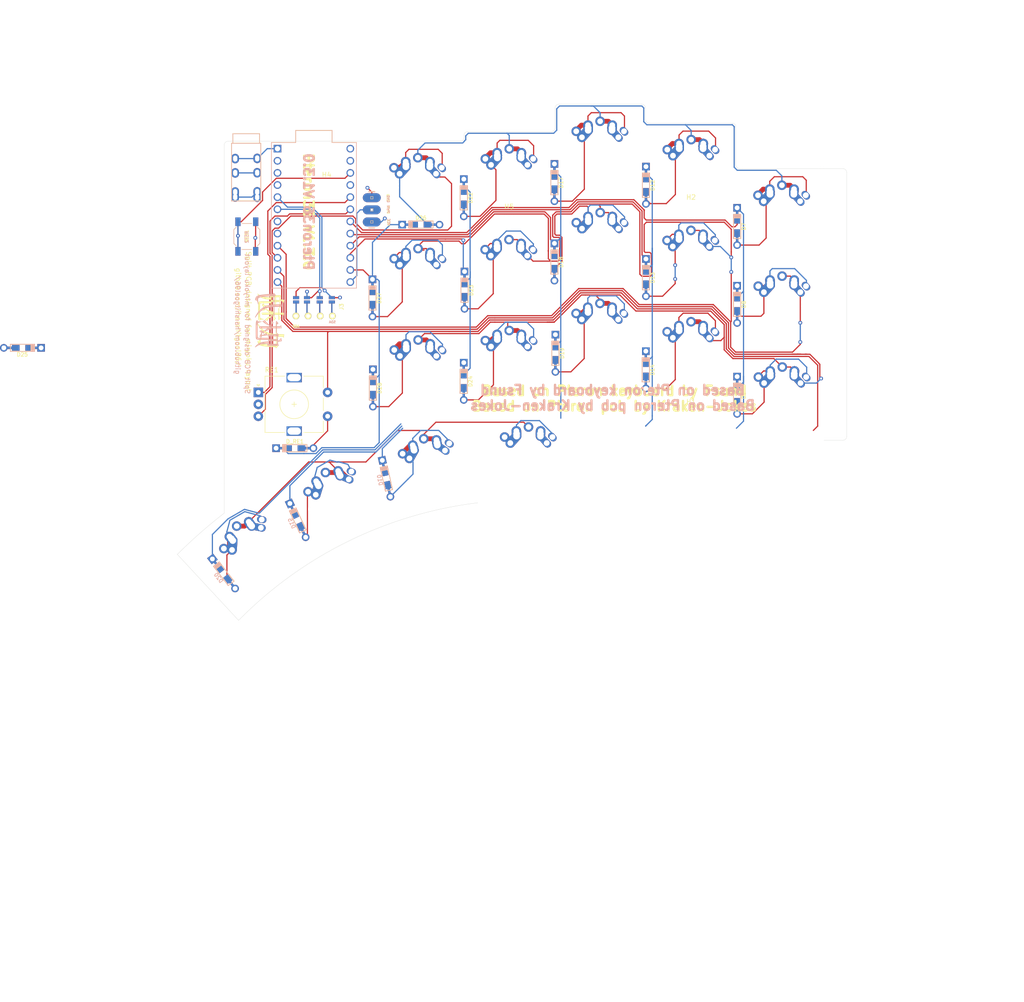
<source format=kicad_pcb>
(kicad_pcb (version 20210722) (generator pcbnew)
  (layers (0 "F.Cu" signal) (31 "B.Cu" signal) (34 "B.Paste" user) (35 "F.Paste" user) (36 "B.SilkS" user "B.Silkscreen") (37 "F.SilkS" user "F.Silkscreen") (38 "B.Mask" user) (39 "F.Mask" user) (44 "Edge.Cuts" user))
  (net 0 "")
  (net 1 "/Col1")
  (net 2 "Net-(D7-Pad2)")
  (net 3 "Net-(D8-Pad2)")
  (net 4 "Net-(D9-Pad2)")
  (net 5 "Net-(D10-Pad2)")
  (net 6 "/Col2")
  (net 7 "Net-(D12-Pad2)")
  (net 8 "Net-(D13-Pad2)")
  (net 9 "Net-(D14-Pad2)")
  (net 10 "Net-(D15-Pad2)")
  (net 11 "/Col3")
  (net 12 "Net-(D17-Pad2)")
  (net 13 "Net-(D18-Pad2)")
  (net 14 "Net-(D19-Pad2)")
  (net 15 "Net-(D20-Pad2)")
  (net 16 "/Col4")
  (net 17 "Net-(D22-Pad2)")
  (net 18 "Net-(D23-Pad2)")
  (net 19 "Net-(D24-Pad2)")
  (net 20 "/Col5")
  (net 21 "Net-(D26-Pad2)")
  (net 22 "Net-(D27-Pad2)")
  (net 23 "Net-(D28-Pad2)")
  (net 24 "/Row1")
  (net 25 "/Row2")
  (net 26 "/Row3")
  (net 27 "/Row4")
  (net 28 "/Serial")
  (net 29 "VCC")
  (net 30 "GND")
  (net 31 "Net-(J3-Pad4)")
  (net 32 "Net-(J3-Pad3)")
  (net 33 "Net-(J3-Pad2)")
  (net 34 "Net-(J3-Pad1)")
  (net 35 "SCL")
  (net 36 "SDA")
  (net 37 "/PWM")
  (net 38 "Net-(RST1-Pad1)")
  (net 39 "Net-(D_RE1-Pad2)")
  (net 40 "/RotA")
  (net 41 "/RotB")
  (net 42 "Net-(SW25-Pad2)")
  (footprint "Keebio-Parts:Triple-Dual-1u-LED" (layer "F.Cu") (at 86.278709 133.832179 37.5)
    (fp_text reference "SW20" hide)
    (fp_text value "SW_PUSH" hide)
  )
  (footprint "promicro:ProMicro" (layer "F.Cu") (at 98.848454 64.079031 -90)
    (fp_text reference "U1" hide)
    (fp_text value "ProMicro")
  )
  (footprint "Keebio-Parts:Triple-Dual-1u-LED" (layer "F.Cu") (at 120.64213 76.943915)
    (fp_text reference "SW27" hide)
    (fp_text value "SW_PUSH" hide)
  )
  (footprint "Keebio-Parts:Triple-Dual-1u-LED" (layer "F.Cu") (at 158.722246 88.409196)
    (fp_text reference "SW19" hide)
    (fp_text value "SW_PUSH" hide)
  )
  (footprint "Keebio-Parts:Triple-Dual-1u-LED" (layer "F.Cu") (at 120.598486 57.90902)
    (fp_text reference "SW26" hide)
    (fp_text value "SW_PUSH" hide)
  )
  (footprint "Keebio-Parts:Triple-Dual-1u-LED" (layer "F.Cu") (at 139.685269 75.058394)
    (fp_text reference "SW23" hide)
    (fp_text value "SW_PUSH" hide)
  )
  (footprint "Keebio-Parts:Triple-Dual-1u-LED" (layer "F.Cu") (at 120.661509 96.069365)
    (fp_text reference "SW28" hide)
    (fp_text value "SW_PUSH" hide)
  )
  (footprint "Keebio-Parts:Triple-Dual-1u-LED" (layer "F.Cu") (at 139.732181 56.047769)
    (fp_text reference "SW22" hide)
    (fp_text value "SW_PUSH" hide)
  )
  (footprint "Keebio-Parts:Triple-Dual-1u-LED" (layer "F.Cu") (at 139.728913 94.09329)
    (fp_text reference "SW24" hide)
    (fp_text value "SW_PUSH" hide)
  )
  (footprint "Keebio-Parts:Triple-Dual-1u-LED" (layer "F.Cu") (at 177.810215 54.118605)
    (fp_text reference "SW12" hide)
    (fp_text value "SW_PUSH" hide)
  )
  (footprint "Keebio-Parts:Triple-Dual-1u-LED" (layer "F.Cu") (at 123.112884 116.622921 12.5)
    (fp_text reference "SW10" hide)
    (fp_text value "SW_PUSH" hide)
  )
  (footprint "Keebio-Parts:Triple-Dual-1u-LED" (layer "F.Cu") (at 196.884677 101.740622)
    (fp_text reference "SW9" hide)
    (fp_text value "SW_PUSH" hide)
  )
  (footprint "Keebio-Parts:Triple-Dual-1u-LED" (layer "F.Cu") (at 196.841035 82.705722)
    (fp_text reference "SW8" hide)
    (fp_text value "SW_PUSH" hide)
  )
  (footprint "Keebio-Parts:Diode-dual" (layer "F.Cu") (at 130.221646 60.390485 90)
    (fp_text reference "D22")
    (fp_text value "1N4148" hide)
  )
  (footprint "Keebio-Parts:Diode-dual" (layer "F.Cu") (at 149.396657 92.950318 90)
    (fp_text reference "D19")
    (fp_text value "1N4148" hide)
  )
  (footprint "Keebio-Parts:Diode-dual" (layer "F.Cu") (at 121.225855 66.02213 180)
    (fp_text reference "D26")
    (fp_text value "1N4148" hide)
  )
  (footprint "Keebio-Parts:Diode-dual" (layer "F.Cu") (at 111.1995 100.23097 90)
    (fp_text reference "D28")
    (fp_text value "1N4148" hide)
  )
  (footprint "Keebio-Parts:Diode-dual" (layer "F.Cu") (at 111.107333 81.377191 90)
    (fp_text reference "D27")
    (fp_text value "1N4148" hide)
  )
  (footprint "Keebio-Parts:Diode-dual" (layer "F.Cu") (at 168.320664 96.41629 90)
    (fp_text reference "D14")
    (fp_text value "1N4148" hide)
  )
  (footprint "Keebio-Parts:Diode-dual" (layer "F.Cu") (at 130.211863 98.822492 90)
    (fp_text reference "D24")
    (fp_text value "1N4148" hide)
  )
  (footprint "Keebio-Parts:Diode-dual" (layer "F.Cu") (at 187.427675 101.740622 90)
    (fp_text reference "D9")
    (fp_text value "1N4148" hide)
  )
  (footprint "Keebio-Parts:Triple-Dual-1u-LED" (layer "F.Cu") (at 158.749779 50.273116)
    (fp_text reference "SW17" hide)
    (fp_text value "SW_PUSH" hide)
  )
  (footprint "Keebio-Parts:Diode-dual" (layer "F.Cu") (at 168.349819 77.109728 90)
    (fp_text reference "D13")
    (fp_text value "1N4148" hide)
  )
  (footprint "Keebio-Parts:Triple-Dual-1u-LED" (layer "F.Cu") (at 103.762095 123.27886 25)
    (fp_text reference "SW15" hide)
    (fp_text value "SW_PUSH" hide)
  )
  (footprint "Keebio-Parts:Triple-Dual-1u-LED" (layer "F.Cu") (at 177.782678 92.254677)
    (fp_text reference "SW14" hide)
    (fp_text value "SW_PUSH" hide)
  )
  (footprint "Keebio-Parts:Triple-Dual-1u-LED" (layer "F.Cu") (at 196.797387 63.67082)
    (fp_text reference "SW7" hide)
    (fp_text value "SW_PUSH" hide)
  )
  (footprint "Keebio-Parts:Diode-dual" (layer "F.Cu") (at 149.191254 57.20833 90)
    (fp_text reference "D17")
    (fp_text value "1N4148" hide)
  )
  (footprint "Keebio-Parts:Diode-dual" (layer "F.Cu") (at 187.427675 82.705722 90)
    (fp_text reference "D8")
    (fp_text value "1N4148" hide)
  )
  (footprint "Keebio-Parts:Triple-Dual-1u-LED" (layer "F.Cu") (at 158.769162 69.398567)
    (fp_text reference "SW18" hide)
    (fp_text value "SW_PUSH" hide)
  )
  (footprint "Keebio-Parts:Diode-dual" (layer "F.Cu") (at 130.373603 79.74557 90)
    (fp_text reference "D23")
    (fp_text value "1N4148" hide)
  )
  (footprint "Keebio-Parts:Diode-dual" (layer "F.Cu") (at 149.191255 73.84533 90)
    (fp_text reference "D18")
    (fp_text value "1N4148" hide)
  )
  (footprint "Keebio-Parts:Diode-dual" (layer "F.Cu") (at 168.349818 57.76713 90)
    (fp_text reference "D12")
    (fp_text value "1N4148" hide)
  )
  (footprint "Keebio-Parts:Diode-dual" (layer "F.Cu") (at 187.427675 66.401302 90)
    (fp_text reference "D7")
    (fp_text value "1N4148" hide)
  )
  (footprint "Keebio-Parts:TRRS-PJ-320A" (layer "F.Cu") (at 84.675255 48.95333)
    (fp_text reference "J1")
    (fp_text value "AudioJack4")
  )
  (footprint "SparkFun-Passives:PAD-JUMPER-2-NO_NO_SILK" (layer "F.Cu") (at 102.607654 81.77013 -90)
    (fp_text reference "JP1" hide)
    (fp_text value "Jumper_NO_Small" hide)
  )
  (footprint "SparkFun-Passives:PAD-JUMPER-2-NO_NO_SILK" (layer "F.Cu") (at 100.067654 81.770131 -90)
    (fp_text reference "JP2" hide)
    (fp_text value "Jumper_NO_Small" hide)
  )
  (footprint "SparkFun-Passives:PAD-JUMPER-2-NO_NO_SILK" (layer "F.Cu") (at 97.400655 81.770131 -90)
    (fp_text reference "JP3" hide)
    (fp_text value "Jumper_NO_Small" hide)
  )
  (footprint "SparkFun-Passives:PAD-JUMPER-2-NO_NO_SILK" (layer "F.Cu") (at 95.114655 81.770131 -90)
    (fp_text reference "JP4" hide)
    (fp_text value "Jumper_NO_Small" hide)
  )
  (footprint "usbc_footprint:OLED_4Pin_outline" (layer "F.Cu") (at 102.709254 85.14833 180)
    (fp_text reference "J3")
    (fp_text value "Conn_01x04" hide)
  )
  (footprint "acheron_Hardware:smdPushBtn" (layer "F.Cu") (at 84.802255 68.51133 90)
    (fp_text reference "RST1")
    (fp_text value "SW_PUSH")
  )
  (footprint "SparkFun-Connectors:1X03_LONGPADS" (layer "F.Cu") (at 110.964255 60.38333 -90)
    (fp_text reference "PWM_PAD2" hide)
    (fp_text value "Conn_01x03" hide)
  )
  (footprint "personal-logo:miryoku-kicad-small" (layer "F.Cu") (at 89.755255 86.16433 -90)
    (fp_text reference "LOGO2" hide)
    (fp_text value "LOGO-OTL" hide)
  )
  (footprint "Keebio-Parts:Diode-dual" (layer "F.Cu") (at 94.835254 112.83433 180)
    (fp_text reference "D_RE1")
    (fp_text value "1N4148" hide)
  )
  (footprint "Rotary_Encoder:RotaryEncoder_Alps_EC11E-Switch_Vertical_H20mm" (layer "F.Cu") (at 87.215254 101.15033)
    (fp_text reference "RE1")
    (fp_text value "Rotary_Encoder_Switch")
  )
  (footprint "MountingHole:MountingHole_2.2mm_M2" (layer "F.Cu") (at 177.782678 106.331929)
    (fp_text reference "H1")
    (fp_text value "MountingHole")
  )
  (footprint "MountingHole:MountingHole_2.2mm_M2" (layer "F.Cu") (at 177.782678 63.48213)
    (fp_text reference "H2")
    (fp_text value "MountingHole")
  )
  (footprint "MountingHole:MountingHole_2.2mm_M2" (layer "F.Cu") (at 101.515454 58.78313)
    (fp_text reference "H4")
    (fp_text value "MountingHole")
  )
  (footprint "MountingHole:MountingHole_2.2mm_M2" (layer "F.Cu") (at 139.685269 65.46333)
    (fp_text reference "H5")
    (fp_text value "MountingHole")
  )
  (footprint "Keebio-Parts:Triple-Dual-1u-LED" (layer "F.Cu") (at 177.763305 73.129232)
    (fp_text reference "SW13" hide)
    (fp_text value "SW_PUSH" hide)
  )
  (footprint "Keebio-Parts:Triple-Dual-1u-LED" (layer "F.Cu") (at 143.764 114.3)
    (fp_text reference "SW25" hide)
    (fp_text value "SW_PUSH" hide)
  )
  (footprint "Keebio-Parts:Diode-dual" (layer "F.Cu") (at 37.846 91.821)
    (fp_text reference "D25")
    (fp_text value "1N4148" hide)
  )
  (footprint "Keebio-Parts:Diode-dual" (layer "B.Cu") (at 79.976255 139.123331 127.5)
    (fp_text reference "D20")
    (fp_text value "1N4148" hide)
  )
  (footprint "Keebio-Parts:Diode-dual" (layer "B.Cu") (at 95.470254 127.94733 115)
    (fp_text reference "D15")
    (fp_text value "1N4148" hide)
  )
  (footprint "Keebio-Parts:Diode-dual" (layer "B.Cu") (at 114.012254 119.184329 102.5)
    (fp_text reference "D10")
    (fp_text value "1N4148" hide)
  )
  (footprint "Keebio-Parts:TRRS-PJ-320A" (layer "B.Cu") (at 84.675254 48.98933 180)
    (fp_text reference "J2")
    (fp_text value "AudioJack4")
  )
  (footprint "SparkFun-Passives:PAD-JUMPER-2-NO_NO_SILK" (layer "B.Cu") (at 102.607654 81.77013 -90)
    (fp_text reference "JP5" hide)
    (fp_text value "Jumper_NO_Small" hide)
  )
  (footprint "SparkFun-Passives:PAD-JUMPER-2-NO_NO_SILK" (layer "B.Cu") (at 100.067654 81.770131 -90)
    (fp_text reference "JP6" hide)
    (fp_text value "Jumper_NO_Small" hide)
  )
  (footprint "SparkFun-Passives:PAD-JUMPER-2-NO_NO_SILK" (layer "B.Cu") (at 97.400655 81.770131 -90)
    (fp_text reference "JP7" hide)
    (fp_text value "Jumper_NO_Small" hide)
  )
  (footprint "SparkFun-Passives:PAD-JUMPER-2-NO_NO_SILK" (layer "B.Cu") (at 95.114655 81.770131 -90)
    (fp_text reference "JP8" hide)
    (fp_text value "Jumper_NO_Small")
  )
  (footprint "SparkFun-Connectors:1X03_LONGPADS" (layer "B.Cu") (at 110.964255 60.38333 -90)
    (fp_text reference "PWM_PAD1" hide)
    (fp_text value "Conn_01x03" hide)
  )
  (footprint "acheron_Hardware:smdPushBtn" (layer "B.Cu") (at 84.802255 68.51133 -90)
    (fp_text reference "RST2")
    (fp_text value "SW_PUSH")
  )
  (footprint "personal-logo:miryoku-kicad-small" (layer "B.Cu") (at 89.247255 86.037329 90)
    (fp_text reference "LOGO1" hide)
    (fp_text value "LOGO-OTL" hide)
  )
  (gr_line (start 168.241254 41.587331) (end 168.241255 44.00033) (layer "Edge.Cuts") (width 0.05))
  (gr_line (start 204.817254 54.28733) (end 205.579254 54.287331) (layer "Edge.Cuts") (width 0.05))
  (gr_line (start 187.926254 54.28733) (end 188.561254 54.28733) (layer "Edge.Cuts") (width 0.05))
  (gr_line (start 130.268254 47.30233) (end 130.268254 47.81033) (layer "Edge.Cuts") (width 0.05))
  (gr_line (start 131.030255 46.540331) (end 148.556255 46.540331) (layer "Edge.Cuts") (width 0.05))
  (gr_line (start 149.318255 45.77833) (end 149.318255 41.58733) (layer "Edge.Cuts") (width 0.05))
  (gr_line (start 210.341254 55.04933) (end 210.341254 110.421331) (layer "Edge.Cuts") (width 0.05))
  (gr_line (start 89.855255 48.57233) (end 102.455255 48.57233) (layer "Edge.Cuts") (width 0.05))
  (gr_line (start 70.280491 135.091801) (end 83.082923 148.893623) (layer "Edge.Cuts") (width 0.05))
  (gr_line (start 205.579254 54.287331) (end 209.579254 54.28733) (layer "Edge.Cuts") (width 0.05))
  (gr_line (start 205.579254 111.18333) (end 209.579254 111.18333) (layer "Edge.Cuts") (width 0.05))
  (gr_line (start 80.855255 48.57233) (end 89.855255 48.57233) (layer "Edge.Cuts") (width 0.05))
  (gr_line (start 70.263096 135.074394) (end 70.280491 135.091801) (layer "Edge.Cuts") (width 0.05))
  (gr_arc (start 209.579254 55.04933) (end 210.341254 55.04933) (angle -90) (layer "Edge.Cuts") (width 0.05))
  (gr_arc (start 209.579254 110.42133) (end 209.579254 111.18333) (angle -90) (layer "Edge.Cuts") (width 0.05))
  (gr_arc (start 80.855254 49.33433) (end 80.855255 48.57233) (angle -90) (layer "Edge.Cuts") (width 0.05))
  (gr_line (start 186.402254 44.76233) (end 169.003254 44.76233) (layer "Edge.Cuts") (width 0.05))
  (gr_arc (start 143.374655 208.22403) (end 84.967536 147.037441) (angle -1.791806826) (layer "Edge.Cuts") (width 0.05))
  (gr_arc (start 143.349254 208.21133) (end 133.172255 124.264332) (angle -36.7498178) (layer "Edge.Cuts") (width 0.05))
  (gr_arc (start 150.080254 41.58733) (end 150.080254 40.825331) (angle -90) (layer "Edge.Cuts") (width 0.05))
  (gr_arc (start 187.926255 53.52533) (end 187.164255 53.525331) (angle -90) (layer "Edge.Cuts") (width 0.05))
  (gr_line (start 204.817254 54.28733) (end 188.561254 54.28733) (layer "Edge.Cuts") (width 0.05))
  (gr_line (start 80.093255 120.238431) (end 80.093255 126.423331) (layer "Edge.Cuts") (width 0.05))
  (gr_arc (start 143.349254 208.21133) (end 80.093256 126.423331) (angle -7.261227871) (layer "Edge.Cuts") (width 0.05))
  (gr_arc (start 169.003254 44.000329) (end 168.241255 44.00033) (angle -90) (layer "Edge.Cuts") (width 0.05))
  (gr_line (start 129.506255 48.57233) (end 102.455255 48.57233) (layer "Edge.Cuts") (width 0.05))
  (gr_line (start 80.093255 49.334331) (end 80.093255 120.238431) (layer "Edge.Cuts") (width 0.05))
  (gr_line (start 187.164255 53.525331) (end 187.164255 45.524331) (layer "Edge.Cuts") (width 0.05))
  (gr_line (start 167.479254 40.825331) (end 150.080254 40.825331) (layer "Edge.Cuts") (width 0.05))
  (gr_arc (start 186.402255 45.52433) (end 187.164255 45.524331) (angle -90) (layer "Edge.Cuts") (width 0.05))
  (gr_arc (start 131.030255 47.302331) (end 131.030255 46.540331) (angle -90) (layer "Edge.Cuts") (width 0.05))
  (gr_arc (start 148.556255 45.77833) (end 148.556255 46.540331) (angle -90) (layer "Edge.Cuts") (width 0.05))
  (gr_arc (start 129.506254 47.810331) (end 129.506255 48.57233) (angle -90) (layer "Edge.Cuts") (width 0.05))
  (gr_arc (start 167.479254 41.58733) (end 168.241254 41.587331) (angle -90) (layer "Edge.Cuts") (width 0.05))
  (gr_text "SDA" (at 102.709254 86.41833) (layer "B.SilkS") (effects (font (size 0.5 0.5) (thickness 0.125)) (justify mirror)))
  (gr_text "GND" (at 114.393254 60.63733 270) (layer "B.SilkS") (effects (font (size 0.5 0.5) (thickness 0.125)) (justify mirror)))
  (gr_text "github.com/harshitgoel96/" (at 82.897255 87.053331 270) (layer "B.SilkS") (effects (font (size 1 1)) (justify mirror)))
  (gr_text "Pteron36 V1.3.0" (at 97.705454 63.32973 270) (layer "B.SilkS") (effects (font (size 2 2) (thickness 0.5)) (justify mirror)))
  (gr_text "VCC" (at 114.520255 65.46333 270) (layer "B.SilkS") (effects (font (size 0.5 0.5) (thickness 0.125)) (justify mirror)))
  (gr_text "Based on Pteron keyboard by Fsund\nBased on Pteron pcb by Kraken-Jokes\n" (at 161.3662 102.2858) (layer "B.SilkS") (effects (font (size 2 2) (thickness 0.5)) (justify mirror)))
  (gr_text "PWM" (at 114.393254 62.79633 270) (layer "B.SilkS") (effects (font (size 0.5 0.5) (thickness 0.125)) (justify mirror)))
  (gr_text "Split PCB designed for miryoku layout" (at 84.929254 86.799331 270) (layer "B.SilkS") (effects (font (size 1 1)) (justify mirror)))
  (gr_text "Split PCB designed for miryoku layout" (at 85.183254 86.29133 270) (layer "F.SilkS") (effects (font (size 1 1))))
  (gr_text "PWM" (at 114.393254 62.923331 270) (layer "F.SilkS") (effects (font (size 0.5 0.5) (thickness 0.125))))
  (gr_text "VCC" (at 114.520254 65.59033 90) (layer "F.SilkS") (effects (font (size 0.5 0.5) (thickness 0.125))))
  (gr_text "Based on Pteron keyboard by Fsund\nBased on Pteron pcb by Kraken-Jokes\n" (at 161.7726 102.4382) (layer "F.SilkS") (effects (font (size 2 2) (thickness 0.5))))
  (gr_text "Pteron36 V1.3.0" (at 97.705454 63.32973 270) (layer "F.SilkS") (effects (font (size 2 2) (thickness 0.5))))
  (gr_text "github.com/harshitgoel96/" (at 83.024255 85.40233 270) (layer "F.SilkS") (effects (font (size 1 1))))
  (gr_text "GND" (at 114.393255 60.38333 90) (layer "F.SilkS") (effects (font (size 0.5 0.5) (thickness 0.125))))
  (gr_text "SDA" (at 95.089255 87.30733) (layer "F.SilkS") (effects (font (size 0.5 0.5) (thickness 0.125))))
  (segment (start 186.961054 66.479329) (end 187.427675 66.012709) (width 0.25) (layer "F.Cu") (net 1))
  (segment (start 108.788289 67.668864) (end 106.468455 65.349031) (width 0.25) (layer "F.Cu") (net 1))
  (segment (start 168.017216 63.045767) (end 167.972874 63.09011) (width 0.25) (layer "F.Cu") (net 1))
  (segment (start 187.427675 62.501302) (end 186.929449 62.999531) (width 0.25) (layer "F.Cu") (net 1))
  (segment (start 167.972874 62.955188) (end 167.972874 64.63615) (width 0.25) (layer "F.Cu") (net 1))
  (segment (start 186.327464 66.479329) (end 186.961054 66.479329) (width 0.25) (layer "F.Cu") (net 1))
  (segment (start 152.240664 62.44073) (end 136.086265 62.440731) (width 0.25) (layer "F.Cu") (net 1))
  (segment (start 165.821796 60.80411) (end 153.877284 60.80411) (width 0.25) (layer "F.Cu") (net 1))
  (segment (start 168.017216 62.99953) (end 167.468835 62.451149) (width 0.25) (layer "F.Cu") (net 1))
  (segment (start 167.972874 64.63615) (end 168.400845 65.06412) (width 0.25) (layer "F.Cu") (net 1))
  (segment (start 153.877284 60.80411) (end 152.240664 62.44073) (width 0.25) (layer "F.Cu") (net 1))
  (segment (start 167.468835 62.451149) (end 165.821796 60.80411) (width 0.25) (layer "F.Cu") (net 1))
  (segment (start 167.468835 62.451149) (end 167.972874 62.955188) (width 0.25) (layer "F.Cu") (net 1))
  (segment (start 130.858129 67.668864) (end 108.788289 67.668864) (width 0.25) (layer "F.Cu") (net 1))
  (segment (start 184.912256 65.064122) (end 186.327464 66.479329) (width 0.25) (layer "F.Cu") (net 1))
  (segment (start 136.086265 62.440731) (end 130.858129 67.668864) (width 0.25) (layer "F.Cu") (net 1))
  (segment (start 168.400845 65.06412) (end 184.912256 65.064122) (width 0.25) (layer "F.Cu") (net 1))
  (segment (start 187.427675 66.012709) (end 187.427675 65.001303) (width 0.25) (layer "F.Cu") (net 1))
  (segment (start 168.017216 62.99953) (end 168.017216 63.045767) (width 0.25) (layer "F.Cu") (net 1))
  (segment (start 187.427675 62.501302) (end 188.764454 63.838081) (width 0.25) (layer "B.Cu") (net 1))
  (segment (start 113.863682 112.225133) (end 113.863682 112.220904) (width 0.25) (layer "B.Cu") (net 1))
  (segment (start 188.764454 99.003842) (end 187.427675 100.340621) (width 0.25) (layer "B.Cu") (net 1))
  (segment (start 116.496692 109.587892) (end 116.984055 109.10053) (width 0.25) (layer "B.Cu") (net 1))
  (segment (start 188.665066 80.06833) (end 187.427675 81.305721) (width 0.25) (layer "B.Cu") (net 1))
  (segment (start 188.764454 63.838081) (end 188.764454 80.068331) (width 0.25) (layer "B.Cu") (net 1))
  (segment (start 188.764454 80.068331) (end 188.665066 80.06833) (width 0.25) (layer "B.Cu") (net 1))
  (segment (start 113.168141 112.920674) (end 113.16814 115.376776) (width 0.25) (layer "B.Cu") (net 1))
  (segment (start 188.764454 80.068331) (end 188.764454 97.77213) (width 0.25) (layer "B.Cu") (net 1))
  (segment (start 188.764454 107.17013) (end 188.010392 107.924192) (width 0.25) (layer "B.Cu") (net 1))
  (segment (start 116.496692 109.587892) (end 117.427634 108.656951) (width 0.25) (layer "B.Cu") (net 1))
  (segment (start 188.764454 97.77213) (end 188.764454 107.17013) (width 0.25) (layer "B.Cu") (net 1))
  (segment (start 187.277633 108.656951) (end 188.010392 107.924192) (width 0.25) (layer "B.Cu") (net 1))
  (segment (start 113.863682 112.225133) (end 113.168141 112.920674) (width 0.25) (layer "B.Cu") (net 1))
  (segment (start 188.764454 97.77213) (end 188.764454 99.003842) (width 0.25) (layer "B.Cu") (net 1))
  (segment (start 113.863682 112.220904) (end 116.496692 109.587892) (width 0.25) (layer "B.Cu") (net 1))
  (segment (start 194.257387 56.947797) (end 195.216054 55.98913) (width 0.25) (layer "F.Cu") (net 2))
  (segment (start 195.216054 55.98913) (end 201.159654 55.989131) (width 0.25) (layer "F.Cu") (net 2))
  (segment (start 192.029081 70.301303) (end 187.427675 70.301304) (width 0.25) (layer "F.Cu") (net 2))
  (segment (start 193.495388 59.352821) (end 193.495388 68.834997) (width 0.25) (layer "F.Cu") (net 2))
  (segment (start 194.257387 58.59082) (end 194.257387 59.86082) (width 1) (layer "F.Cu") (net 2))
  (segment (start 192.877387 58.59082) (end 191.697387 59.77082) (width 1) (layer "F.Cu") (net 2))
  (segment (start 193.495388 68.834997) (end 192.029081 70.301303) (width 0.25) (layer "F.Cu") (net 2))
  (segment (start 192.987388 61.13082) (end 192.479388 60.62282) (width 0.25) (layer "F.Cu") (net 2))
  (segment (start 194.257387 59.86082) (end 192.987387 61.13082) (width 1) (layer "F.Cu") (net 2))
  (segment (start 201.897388 56.726864) (end 201.897387 59.77082) (width 0.25) (layer "F.Cu") (net 2))
  (segment (start 201.159654 55.989131) (end 201.897388 56.726864) (width 0.25) (layer "F.Cu") (net 2))
  (segment (start 194.257387 58.59082) (end 194.257387 56.947797) (width 0.25) (layer "F.Cu") (net 2))
  (segment (start 194.257387 58.59082) (end 192.877387 58.59082) (width 1) (layer "F.Cu") (net 2))
  (segment (start 194.301035 77.625722) (end 194.301035 78.895722) (width 0.25) (layer "F.Cu") (net 3))
  (segment (start 192.415463 85.205721) (end 187.427675 85.205721) (width 0.25) (layer "F.Cu") (net 3))
  (segment (start 193.031035 84.590149) (end 192.415463 85.205721) (width 0.25) (layer "F.Cu") (net 3))
  (segment (start 191.741035 78.805722) (end 193.121035 78.805722) (width 0.25) (layer "F.Cu") (net 3))
  (segment (start 194.301035 78.895722) (end 193.031035 80.165722) (width 0.25) (layer "F.Cu") (net 3))
  (segment (start 193.031035 80.165721) (end 193.031035 84.590149) (width 0.25) (layer "F.Cu") (net 3))
  (segment (start 193.121035 78.805722) (end 194.301035 77.625722) (width 0.25) (layer "F.Cu") (net 3))
  (segment (start 201.941036 77.70672) (end 201.941035 78.805721) (width 0.25) (layer "B.Cu") (net 3))
  (segment (start 194.301035 77.625721) (end 194.301036 75.716533) (width 0.25) (layer "B.Cu") (net 3))
  (segment (start 194.301036 75.716533) (end 194.786858 75.230711) (width 0.25) (layer "B.Cu") (net 3))
  (segment (start 194.786858 75.230711) (end 199.465028 75.23071) (width 0.25) (layer "B.Cu") (net 3))
  (segment (start 199.465028 75.23071) (end 201.941036 77.70672) (width 0.25) (layer "B.Cu") (net 3))
  (segment (start 192.964677 96.660622) (end 191.784677 97.840622) (width 0.25) (layer "F.Cu") (net 4))
  (segment (start 193.074677 97.930622) (end 194.344677 96.660622) (width 0.25) (layer "F.Cu") (net 4))
  (segment (start 193.074678 103.190107) (end 190.624163 105.640621) (width 0.25) (layer "F.Cu") (net 4))
  (segment (start 193.074678 99.200622) (end 193.074678 103.190107) (width 0.25) (layer "F.Cu") (net 4))
  (segment (start 190.624163 105.640621) (end 187.427675 105.640622) (width 0.25) (layer "F.Cu") (net 4))
  (segment (start 193.074677 99.200622) (end 193.074677 97.930622) (width 0.25) (layer "F.Cu") (net 4))
  (segment (start 194.344677 96.660622) (end 192.964677 96.660622) (width 0.25) (layer "F.Cu") (net 4))
  (segment (start 200.296054 94.19073) (end 201.984677 95.879353) (width 0.25) (layer "B.Cu") (net 4))
  (segment (start 194.344677 96.660621) (end 194.344678 95.443107) (width 0.25) (layer "B.Cu") (net 4))
  (segment (start 194.344678 95.443107) (end 195.597055 94.190731) (width 0.25) (layer "B.Cu") (net 4))
  (segment (start 201.984677 95.879353) (end 201.984677 97.840621) (width 0.25) (layer "B.Cu") (net 4))
  (segment (start 195.597055 94.190731) (end 200.296054 94.19073) (width 0.25) (layer "B.Cu") (net 4))
  (segment (start 119.533579 114.277625) (end 118.84344 114.967764) (width 1) (layer "F.Cu") (net 5))
  (segment (start 118.995775 112.213094) (end 117.28966 113.919209) (width 1) (layer "F.Cu") (net 5))
  (segment (start 119.533579 112.213094) (end 118.995775 112.213094) (width 1) (layer "F.Cu") (net 5))
  (segment (start 118.954567 113.121958) (end 118.954567 115.338244) (width 0.25) (layer "F.Cu") (net 5))
  (segment (start 119.533579 112.213094) (end 119.533579 114.277625) (width 1) (layer "F.Cu") (net 5))
  (segment (start 121.194839 109.106961) (end 124.965545 109.106961) (width 0.25) (layer "B.Cu") (net 5))
  (segment (start 118.589127 119.259127) (end 114.856368 122.991885) (width 0.25) (layer "B.Cu") (net 5))
  (segment (start 124.965545 109.106961) (end 127.247879 111.389295) (width 0.25) (layer "B.Cu") (net 5))
  (segment (start 118.590873 119.259127) (end 119.59 118.26) (width 0.25) (layer "B.Cu") (net 5))
  (segment (start 127.247879 111.389295) (end 127.247879 111.711525) (width 0.25) (layer "B.Cu") (net 5))
  (segment (start 119.59 118.26) (end 119.59 115.714324) (width 0.25) (layer "B.Cu") (net 5))
  (segment (start 119.533579 110.768221) (end 121.194839 109.106961) (width 0.25) (layer "B.Cu") (net 5))
  (segment (start 118.589127 119.259127) (end 118.590873 119.259127) (width 0.25) (layer "B.Cu") (net 5))
  (segment (start 119.59 115.714324) (end 118.84344 114.967764) (width 0.25) (layer "B.Cu") (net 5))
  (segment (start 119.533579 112.213094) (end 119.533579 110.768221) (width 0.25) (layer "B.Cu") (net 5))
  (segment (start 167.522864 63.141589) (end 167.522864 72.382774) (width 0.25) (layer "F.Cu") (net 6))
  (segment (start 106.468455 67.88903) (end 106.6983 68.118875) (width 0.25) (layer "F.Cu") (net 6))
  (segment (start 167.522864 72.382774) (end 168.349818 73.209728) (width 0.25) (layer "F.Cu") (net 6))
  (segment (start 154.086264 61.25412) (end 165.635397 61.254121) (width 0.25) (layer "F.Cu") (net 6))
  (segment (start 152.449644 62.89074) (end 154.086264 61.25412) (width 0.25) (layer "F.Cu") (net 6))
  (segment (start 106.6983 68.118875) (end 131.04453 68.118875) (width 0.25) (layer "F.Cu") (net 6))
  (segment (start 136.272665 62.89074) (end 152.449644 62.89074) (width 0.25) (layer "F.Cu") (net 6))
  (segment (start 131.04453 68.118875) (end 136.272665 62.89074) (width 0.25) (layer "F.Cu") (net 6))
  (segment (start 165.635397 61.254121) (end 167.522864 63.141589) (width 0.25) (layer "F.Cu") (net 6))
  (segment (start 111.819654 113.63275) (end 100.874657 113.632751) (width 0.25) (layer "B.Cu") (net 6))
  (segment (start 168.4655 108.0135) (end 168.3004 108.1786) (width 0.25) (layer "B.Cu") (net 6))
  (segment (start 169.663654 74.395892) (end 168.349819 75.709728) (width 0.25) (layer "B.Cu") (net 6))
  (segment (start 93.822043 123.270941) (end 93.822044 124.412731) (width 0.25) (layer "B.Cu") (net 6))
  (segment (start 169.663654 93.673297) (end 169.663654 106.062054) (width 0.25) (layer "B.Cu") (net 6))
  (segment (start 169.663654 106.815346) (end 168.4655 108.0135) (width 0.25) (layer "B.Cu") (net 6))
  (segment (start 169.663654 70.975129) (end 169.663654 93.673297) (width 0.25) (layer "B.Cu") (net 6))
  (segment (start 100.874657 113.632751) (end 93.822044 120.685363) (width 0.25) (layer "B.Cu") (net 6))
  (segment (start 169.663654 93.673297) (end 168.320664 95.016289) (width 0.25) (layer "B.Cu") (net 6))
  (segment (start 168.349819 55.26713) (end 169.663654 56.580967) (width 0.25) (layer "B.Cu") (net 6))
  (segment (start 169.663654 70.975129) (end 169.663654 74.395892) (width 0.25) (layer "B.Cu") (net 6))
  (segment (start 116.686487 108.761687) (end 116.797655 108.65052) (width 0.25) (layer "B.Cu") (net 6))
  (segment (start 116.797655 108.65052) (end 117.241234 108.206941) (width 0.25) (layer "B.Cu") (net 6))
  (segment (start 169.663654 56.580967) (end 169.663654 70.975129) (width 0.25) (layer "B.Cu") (net 6))
  (segment (start 113.413672 112.034502) (end 113.413672 112.038732) (width 0.25) (layer "B.Cu") (net 6))
  (segment (start 93.822044 120.685363) (end 93.822043 123.270941) (width 0.25) (layer "B.Cu") (net 6))
  (segment (start 168.272059 108.206941) (end 168.4655 108.0135) (width 0.25) (layer "B.Cu") (net 6))
  (segment (start 113.413672 112.038732) (end 111.819654 113.63275) (width 0.25) (layer "B.Cu") (net 6))
  (segment (start 116.686487 108.761687) (end 113.413672 112.034502) (width 0.25) (layer "B.Cu") (net 6))
  (segment (start 169.663654 106.062054) (end 169.663654 106.815346) (width 0.25) (layer "B.Cu") (net 6))
  (segment (start 116.797653 108.650521) (end 116.686487 108.761687) (width 0.25) (layer "B.Cu") (net 6))
  (segment (start 168.317455 60.676529) (end 169.257255 61.616331) (width 0.25) (layer "F.Cu") (net 7))
  (segment (start 174.508214 59.70437) (end 172.596254 61.61633) (width 0.25) (layer "F.Cu") (net 7))
  (segment (start 175.270214 49.038604) (end 175.270214 47.25837) (width 0.25) (layer "F.Cu") (net 7))
  (segment (start 173.890215 49.038605) (end 172.710215 50.218605) (width 1) (layer "F.Cu") (net 7))
  (segment (start 175.270215 49.038605) (end 173.890215 49.038605) (width 1) (layer "F.Cu") (net 7))
  (segment (start 182.910214 47.874291) (end 182.910214 50.218604) (width 0.25) (layer "F.Cu") (net 7))
  (segment (start 175.270215 49.038605) (end 175.270215 50.308605) (width 1) (layer "F.Cu") (net 7))
  (segment (start 175.270215 50.308605) (end 174.000215 51.578605) (width 1) (layer "F.Cu") (net 7))
  (segment (start 174.508214 49.800605) (end 174.508214 59.70437) (width 0.25) (layer "F.Cu") (net 7))
  (segment (start 172.596254 61.61633) (end 169.257255 61.616331) (width 0.25) (layer "F.Cu") (net 7))
  (segment (start 181.474654 46.438731) (end 182.910214 47.874291) (width 0.25) (layer "F.Cu") (net 7))
  (segment (start 176.089854 46.43873) (end 181.474654 46.438731) (width 0.25) (layer "F.Cu") (net 7))
  (segment (start 175.270214 47.25837) (end 176.089854 46.43873) (width 0.25) (layer "F.Cu") (net 7))
  (segment (start 168.317455 60.26713) (end 168.317455 60.676529) (width 0.25) (layer "F.Cu") (net 7))
  (segment (start 174.461304 77.404281) (end 174.461304 78.369479) (width 0.25) (layer "F.Cu") (net 8))
  (segment (start 174.461304 78.369479) (end 171.821056 81.009728) (width 0.25) (layer "F.Cu") (net 8))
  (segment (start 175.223305 69.319232) (end 173.953305 70.589232) (width 0.25) (layer "F.Cu") (net 8))
  (segment (start 174.461304 68.811232) (end 175.223305 68.049232) (width 0.25) (layer "F.Cu") (net 8))
  (segment (start 171.821056 81.009728) (end 168.349819 81.009727) (width 0.25) (layer "F.Cu") (net 8))
  (segment (start 173.843305 68.049232) (end 172.663305 69.229232) (width 0.25) (layer "F.Cu") (net 8))
  (segment (start 174.461304 68.811232) (end 174.461304 74.508679) (width 0.25) (layer "F.Cu") (net 8))
  (segment (start 175.223305 68.049232) (end 175.223305 69.319232) (width 0.25) (layer "F.Cu") (net 8))
  (segment (start 175.223305 68.049232) (end 173.843305 68.049232) (width 0.25) (layer "F.Cu") (net 8))
  (via (at 174.461304 77.404281) (size 0.8) (drill 0.4) (layers "F.Cu" "B.Cu") (net 8))
  (via (at 174.461304 74.508679) (size 0.8) (drill 0.4) (layers "F.Cu" "B.Cu") (net 8))
  (segment (start 174.461304 74.508679) (end 174.461304 77.404281) (width 0.25) (layer "B.Cu") (net 8))
  (segment (start 175.223305 68.049232) (end 175.223305 66.140045) (width 0.25) (layer "B.Cu") (net 8))
  (segment (start 180.387297 65.654223) (end 182.863305 68.130231) (width 0.25) (layer "B.Cu") (net 8))
  (segment (start 175.709127 65.654223) (end 180.387297 65.654223) (width 0.25) (layer "B.Cu") (net 8))
  (segment (start 182.863305 68.130231) (end 182.863305 69.229232) (width 0.25) (layer "B.Cu") (net 8))
  (segment (start 175.223305 66.140045) (end 175.709127 65.654223) (width 0.25) (layer "B.Cu") (net 8))
  (segment (start 173.972678 88.444677) (end 175.242678 87.174677) (width 0.25) (layer "F.Cu") (net 9))
  (segment (start 174.480679 87.936679) (end 174.480679 98.466907) (width 0.25) (layer "F.Cu") (net 9))
  (segment (start 172.631295 100.316289) (end 168.320664 100.31629) (width 0.25) (layer "F.Cu") (net 9))
  (segment (start 176.140654 84.56413) (end 181.322254 84.564131) (width 0.25) (layer "F.Cu") (net 9))
  (segment (start 175.242678 85.462106) (end 176.140654 84.56413) (width 0.25) (layer "F.Cu") (net 9))
  (segment (start 182.882679 86.149954) (end 182.882679 88.354678) (width 0.25) (layer "F.Cu") (net 9))
  (segment (start 174.480679 98.466907) (end 172.631295 100.316289) (width 0.25) (layer "F.Cu") (net 9))
  (segment (start 175.242679 87.174678) (end 175.242678 85.462106) (width 0.25) (layer "F.Cu") (net 9))
  (segment (start 181.322254 84.564131) (end 181.322254 84.589531) (width 0.25) (layer "F.Cu") (net 9))
  (segment (start 181.322254 84.589531) (end 182.882679 86.149954) (width 0.25) (layer "F.Cu") (net 9))
  (segment (start 172.682678 88.354677) (end 172.682678 88.424677) (width 0.25) (layer "F.Cu") (net 9))
  (segment (start 173.972678 89.714677) (end 173.972678 88.444677) (width 0.25) (layer "F.Cu") (net 9))
  (segment (start 172.682678 88.424677) (end 173.972678 89.714677) (width 0.25) (layer "F.Cu") (net 9))
  (segment (start 99.313172 119.748267) (end 99.313172 122.509454) (width 1) (layer "F.Cu") (net 10))
  (segment (start 98.548211 121.899613) (end 99.235612 122.587014) (width 1) (layer "F.Cu") (net 10))
  (segment (start 97.491714 121.899613) (end 98.548211 121.899613) (width 1) (layer "F.Cu") (net 10))
  (segment (start 97.491714 131.108681) (end 97.118465 131.48193) (width 0.25) (layer "F.Cu") (net 10))
  (segment (start 97.491714 121.899613) (end 97.491714 131.108681) (width 0.25) (layer "F.Cu") (net 10))
  (segment (start 99.313172 122.509454) (end 99.235612 122.587014) (width 1) (layer "F.Cu") (net 10))
  (segment (start 99.536011 116.875023) (end 102.197654 115.338323) (width 0.25) (layer "B.Cu") (net 10))
  (segment (start 103.759021 115.75669) (end 103.913 115.66779) (width 0.25) (layer "B.Cu") (net 10))
  (segment (start 105.94056 116.211073) (end 106.736053 117.588907) (width 0.25) (layer "B.Cu") (net 10))
  (segment (start 99.313172 119.748267) (end 98.939534 119.101106) (width 0.25) (layer "B.Cu") (net 10))
  (segment (start 98.939534 119.101106) (end 99.536011 116.875023) (width 0.25) (layer "B.Cu") (net 10))
  (segment (start 103.913 115.66779) (end 105.94056 116.211073) (width 0.25) (layer "B.Cu") (net 10))
  (segment (start 102.197654 115.338323) (end 103.759021 115.75669) (width 0.25) (layer "B.Cu") (net 10))
  (segment (start 148.371265 64.514931) (end 148.371265 69.12534) (width 0.25) (layer "F.Cu") (net 11))
  (segment (start 147.197085 63.340752) (end 148.371265 64.514931) (width 0.25) (layer "F.Cu") (net 11))
  (segment (start 106.468455 70.429031) (end 108.328599 68.568886) (width 0.25) (layer "F.Cu") (net 11))
  (segment (start 108.328599 68.568886) (end 131.230929 68.568885) (width 0.25) (layer "F.Cu") (net 11))
  (segment (start 148.371265 69.12534) (end 149.191255 69.94533) (width 0.25) (layer "F.Cu") (net 11))
  (segment (start 136.459065 63.34075) (end 147.197085 63.340752) (width 0.25) (layer "F.Cu") (net 11))
  (segment (start 131.230929 68.568885) (end 136.459065 63.34075) (width 0.25) (layer "F.Cu") (net 11))
  (segment (start 111.633255 113.182741) (end 100.688256 113.18274) (width 0.25) (layer "B.Cu") (net 11))
  (segment (start 77.602085 130.90633) (end 80.887961 127.620454) (width 0.25) (layer "B.Cu") (net 11))
  (segment (start 100.688256 113.18274) (end 87.523866 126.34713) (width 0.25) (layer "B.Cu") (net 11))
  (segment (start 112.963663 111.848101) (end 112.963663 111.85233) (width 0.25) (layer "B.Cu") (net 11))
  (segment (start 150.521659 93.285934) (end 150.521659 106.551741) (width 0.25) (layer "B.Cu") (net 11))
  (segment (start 149.191255 54.70833) (end 150.512054 56.029131) (width 0.25) (layer "B.Cu") (net 11))
  (segment (start 150.512054 68.765329) (end 150.512054 90.434921) (width 0.25) (layer "B.Cu") (net 11))
  (segment (start 150.512054 90.434921) (end 150.512054 93.27633) (width 0.25) (layer "B.Cu") (net 11))
  (segment (start 150.512054 90.434921) (end 149.396657 91.550317) (width 0.25) (layer "B.Cu") (net 11))
  (segment (start 117.054833 107.756931) (end 112.963663 111.848101) (width 0.25) (layer "B.Cu") (net 11))
  (segment (start 87.523866 126.34713) (end 87.33845 126.45418) (width 0.25) (layer "B.Cu") (net 11))
  (segment (start 84.312399 125.643352) (end 80.887961 127.620454) (width 0.25) (layer "B.Cu") (net 11))
  (segment (start 77.602085 136.029253) (end 77.602085 130.90633) (width 0.25) (layer "B.Cu") (net 11))
  (segment (start 150.512054 56.029131) (end 150.512054 68.765329) (width 0.25) (layer "B.Cu") (net 11))
  (segment (start 150.512054 93.27633) (end 150.521659 93.285934) (width 0.25) (layer "B.Cu") (net 11))
  (segment (start 149.191254 70.08613) (end 150.512054 68.765329) (width 0.25) (layer "B.Cu") (net 11))
  (segment (start 149.191254 71.34533) (end 149.191254 70.08613) (width 0.25) (layer "B.Cu") (net 11))
  (segment (start 112.963663 111.85233) (end 111.633255 113.182741) (width 0.25) (layer "B.Cu") (net 11))
  (segment (start 87.33845 126.45418) (end 84.312399 125.643352) (width 0.25) (layer "B.Cu") (net 11))
  (segment (start 152.936654 61.10833) (end 149.191254 61.10833) (width 0.25) (layer "F.Cu") (net 12))
  (segment (start 156.209779 43.281006) (end 156.912855 42.577931) (width 0.25) (layer "F.Cu") (net 12))
  (segment (start 156.209778 45.193117) (end 156.209779 43.281006) (width 0.25) (layer "F.Cu") (net 12))
  (segment (start 163.135855 42.577931) (end 163.849779 43.291854) (width 0.25) (layer "F.Cu") (net 12))
  (segment (start 155.447779 45.955117) (end 155.447779 58.597207) (width 0.25) (layer "F.Cu") (net 12))
  (segment (start 154.829779 45.193116) (end 153.649779 46.373116) (width 1) (layer "F.Cu") (net 12))
  (segment (start 163.849779 43.291854) (end 163.849779 46.373118) (width 0.25) (layer "F.Cu") (net 12))
  (segment (start 156.912855 42.577931) (end 163.135855 42.577931) (width 0.25) (layer "F.Cu") (net 12))
  (segment (start 156.209779 46.463116) (end 154.939779 47.733116) (width 1) (layer "F.Cu") (net 12))
  (segment (start 156.209779 45.193116) (end 154.829779 45.193116) (width 1) (layer "F.Cu") (net 12))
  (segment (start 156.209779 45.193116) (end 156.209779 46.463116) (width 1) (layer "F.Cu") (net 12))
  (segment (start 155.447779 58.597207) (end 152.936654 61.10833) (width 0.25) (layer "F.Cu") (net 12))
  (segment (start 154.459064 62.15414) (end 152.822445 63.790759) (width 0.25) (layer "F.Cu") (net 13))
  (segment (start 149.528644 68.23912) (end 150.306458 68.239122) (width 0.25) (layer "F.Cu") (net 13))
  (segment (start 156.016664 62.15414) (end 154.459064 62.15414) (width 0.25) (layer "F.Cu") (net 13))
  (segment (start 155.467163 65.080567) (end 156.229163 64.318568) (width 0.25) (layer "F.Cu") (net 13))
  (segment (start 149.722236 63.790758) (end 149.271284 64.24171) (width 0.25) (layer "F.Cu") (net 13))
  (segment (start 150.766265 68.698929) (end 150.766265 73.670319) (width 0.25) (layer "F.Cu") (net 13))
  (segment (start 156.229162 65.588567) (end 154.959162 66.858567) (width 0.25) (layer "F.Cu") (net 13))
  (segment (start 155.049162 65.498567) (end 156.229162 64.318567) (width 0.25) (layer "F.Cu") (net 13))
  (segment (start 156.229162 62.366638) (end 156.016664 62.15414) (width 0.25) (layer "F.Cu") (net 13))
  (segment (start 156.229162 64.318567) (end 156.229162 65.588567) (width 0.25) (layer "F.Cu") (net 13))
  (segment (start 152.822445 63.790759) (end 149.722236 63.790758) (width 0.25) (layer "F.Cu") (net 13))
  (segment (start 149.271284 64.24171) (end 149.271284 67.98176) (width 0.25) (layer "F.Cu") (net 13))
  (segment (start 150.766265 73.670319) (end 149.191254 75.245331) (width 0.25) (layer "F.Cu") (net 13))
  (segment (start 149.271284 67.98176) (end 149.528644 68.23912) (width 0.25) (layer "F.Cu") (net 13))
  (segment (start 150.306458 68.239122) (end 150.766265 68.698929) (width 0.25) (layer "F.Cu") (net 13))
  (segment (start 153.669162 65.498567) (end 155.049162 65.498567) (width 0.25) (layer "F.Cu") (net 13))
  (segment (start 156.229163 64.318568) (end 156.229162 62.366638) (width 0.25) (layer "F.Cu") (net 13))
  (segment (start 161.393155 61.923557) (end 163.869163 64.399566) (width 0.25) (layer "B.Cu") (net 13))
  (segment (start 156.229163 64.318568) (end 156.229163 62.409379) (width 0.25) (layer "B.Cu") (net 13))
  (segment (start 156.714984 61.923558) (end 161.393155 61.923557) (width 0.25) (layer "B.Cu") (net 13))
  (segment (start 163.869163 64.399566) (end 163.869163 65.498568) (width 0.25) (layer "B.Cu") (net 13))
  (segment (start 156.229163 62.409379) (end 156.714984 61.923558) (width 0.25) (layer "B.Cu") (net 13))
  (segment (start 155.420245 94.057739) (end 152.627667 96.850318) (width 0.25) (layer "F.Cu") (net 14))
  (segment (start 152.627667 96.850318) (end 149.396658 96.850318) (width 0.25) (layer "F.Cu") (net 14))
  (segment (start 153.622246 84.509196) (end 155.002246 84.509196) (width 1) (layer "F.Cu") (net 14))
  (segment (start 155.002246 84.509196) (end 156.182246 83.329196) (width 1) (layer "F.Cu") (net 14))
  (segment (start 155.002246 84.509196) (end 155.002246 85.779196) (width 1) (layer "F.Cu") (net 14))
  (segment (start 155.420246 84.091195) (end 155.420245 94.057739) (width 0.25) (layer "F.Cu") (net 14))
  (segment (start 155.002246 85.779196) (end 154.912246 85.869196) (width 1) (layer "F.Cu") (net 14))
  (segment (start 156.182246 83.329195) (end 156.182245 81.420007) (width 0.25) (layer "B.Cu") (net 14))
  (segment (start 156.182245 81.420007) (end 156.668067 80.934184) (width 0.25) (layer "B.Cu") (net 14))
  (segment (start 162.122109 80.934184) (end 163.822245 82.63432) (width 0.25) (layer "B.Cu") (net 14))
  (segment (start 163.822245 82.63432) (end 163.822245 84.509195) (width 0.25) (layer "B.Cu") (net 14))
  (segment (start 156.668067 80.934184) (end 162.122109 80.934184) (width 0.25) (layer "B.Cu") (net 14))
  (segment (start 81.171083 133.597747) (end 81.709779 134.136443) (width 1) (layer "F.Cu") (net 15))
  (segment (start 80.640265 140.04577) (end 80.82852 140.234025) (width 0.25) (layer "F.Cu") (net 15))
  (segment (start 81.030425 132.416609) (end 80.398968 131.322893) (width 0.25) (layer "F.Cu") (net 15))
  (segment (start 81.41612 133.842784) (end 81.709779 134.136443) (width 1) (layer "F.Cu") (net 15))
  (segment (start 80.640265 135.205958) (end 80.640265 140.04577) (width 0.25) (layer "F.Cu") (net 15))
  (segment (start 81.70978 134.136443) (end 80.640265 135.205958) (width 0.25) (layer "F.Cu") (net 15))
  (segment (start 81.171083 131.348198) (end 81.171083 133.597747) (width 1) (layer "F.Cu") (net 15))
  (segment (start 79.858437 133.842784) (end 81.41612 133.842784) (width 1) (layer "F.Cu") (net 15))
  (segment (start 81.171084 131.348198) (end 80.613688 130.382759) (width 0.25) (layer "B.Cu") (net 15))
  (segment (start 81.274393 127.916972) (end 84.375976 126.126272) (width 0.25) (layer "B.Cu") (net 15))
  (segment (start 87.575452 126.983569) (end 87.950642 127.633417) (width 0.25) (layer "B.Cu") (net 15))
  (segment (start 80.613688 130.382759) (end 81.274393 127.916972) (width 0.25) (layer "B.Cu") (net 15))
  (segment (start 84.375976 126.126272) (end 87.575452 126.983569) (width 0.25) (layer "B.Cu") (net 15))
  (segment (start 126.457819 69.018895) (end 126.330819 69.018895) (width 0.25) (layer "F.Cu") (net 16))
  (segment (start 126.330819 69.018895) (end 109.543591 69.018895) (width 0.25) (layer "F.Cu") (net 16))
  (segment (start 106.468455 72.094033) (end 106.468455 72.96903) (width 0.25) (layer "F.Cu") (net 16))
  (segment (start 126.330819 69.018895) (end 129.840865 69.018895) (width 0.25) (layer "F.Cu") (net 16))
  (segment (start 129.840865 69.018895) (end 130.115854 69.293884) (width 0.25) (layer "F.Cu") (net 16))
  (segment (start 109.543591 69.018895) (end 106.468455 72.094033) (width 0.25) (layer "F.Cu") (net 16))
  (via (at 130.115854 69.293884) (size 0.8) (drill 0.4) (layers "F.Cu" "B.Cu") (net 16))
  (segment (start 130.221647 57.890485) (end 131.538255 59.207093) (width 0.25) (layer "B.Cu") (net 16))
  (segment (start 131.538255 59.207093) (end 131.538254 75.90273) (width 0.25) (layer "B.Cu") (net 16))
  (segment (start 131.538255 96.096101) (end 130.211863 97.422491) (width 0.25) (layer "B.Cu") (net 16))
  (segment (start 130.115854 75.587821) (end 130.373603 75.84557) (width 0.25) (layer "B.Cu") (net 16))
  (segment (start 131.538254 75.90273) (end 131.538255 77.180919) (width 0.25) (layer "B.Cu") (net 16))
  (segment (start 130.115854 69.293884) (end 130.115854 75.587821) (width 0.25) (layer "B.Cu") (net 16))
  (segment (start 131.538254 75.90273) (end 131.538255 96.096101) (width 0.25) (layer "B.Cu") (net 16))
  (segment (start 131.538255 77.180919) (end 130.373604 78.34557) (width 0.25) (layer "B.Cu") (net 16))
  (segment (start 137.192181 52.237769) (end 135.922181 53.507769) (width 1) (layer "F.Cu") (net 17))
  (segment (start 137.761255 48.369131) (end 143.704855 48.36913) (width 0.25) (layer "F.Cu") (net 17))
  (segment (start 137.192181 50.967769) (end 137.192181 52.237769) (width 1) (layer "F.Cu") (net 17))
  (segment (start 137.19218 50.967768) (end 137.19218 48.938204) (width 0.25) (layer "F.Cu") (net 17))
  (segment (start 137.19218 48.938204) (end 137.761255 48.369131) (width 0.25) (layer "F.Cu") (net 17))
  (segment (start 136.948455 60.94213) (end 136.948455 54.534042) (width 0.25) (layer "F.Cu") (net 17))
  (segment (start 136.948455 54.534042) (end 135.92218 53.507769) (width 0.25) (layer "F.Cu") (net 17))
  (segment (start 133.6001 64.290485) (end 136.948455 60.94213) (width 0.25) (layer "F.Cu") (net 17))
  (segment (start 143.704855 48.36913) (end 144.832181 49.496456) (width 0.25) (layer "F.Cu") (net 17))
  (segment (start 144.832181 49.496456) (end 144.83218 52.147768) (width 0.25) (layer "F.Cu") (net 17))
  (segment (start 137.192181 50.967769) (end 135.812181 50.967769) (width 1) (layer "F.Cu") (net 17))
  (segment (start 135.812181 50.967769) (end 134.632181 52.147769) (width 1) (layer "F.Cu") (net 17))
  (segment (start 130.221646 64.290485) (end 133.6001 64.290485) (width 0.25) (layer "F.Cu") (net 17))
  (segment (start 136.38327 70.740394) (end 136.38327 80.481115) (width 0.25) (layer "F.Cu") (net 18))
  (segment (start 136.38327 80.481115) (end 133.218814 83.645569) (width 0.25) (layer "F.Cu") (net 18))
  (segment (start 133.218814 83.645569) (end 130.373603 83.64557) (width 0.25) (layer "F.Cu") (net 18))
  (segment (start 135.765269 69.978394) (end 134.585269 71.158394) (width 0.25) (layer "F.Cu") (net 18))
  (segment (start 137.145269 69.978394) (end 137.145269 71.248394) (width 0.25) (layer "F.Cu") (net 18))
  (segment (start 137.145269 71.248394) (end 135.875269 72.518394) (width 0.25) (layer "F.Cu") (net 18))
  (segment (start 137.145269 69.978394) (end 135.765269 69.978394) (width 0.25) (layer "F.Cu") (net 18))
  (segment (start 144.78527 70.059392) (end 144.78527 71.158394) (width 0.25) (layer "B.Cu") (net 18))
  (segment (start 139.132854 67.36833) (end 142.094208 67.36833) (width 0.25) (layer "B.Cu") (net 18))
  (segment (start 137.145269 69.355914) (end 139.132854 67.36833) (width 0.25) (layer "B.Cu") (net 18))
  (segment (start 137.14527 69.978394) (end 137.145269 69.355914) (width 0.25) (layer "B.Cu") (net 18))
  (segment (start 142.094208 67.36833) (end 144.78527 70.059392) (width 0.25) (layer "B.Cu") (net 18))
  (segment (start 136.426913 89.77529) (end 137.188914 89.013291) (width 0.25) (layer "F.Cu") (net 19))
  (segment (start 136.008913 90.19329) (end 137.188913 89.01329) (width 1) (layer "F.Cu") (net 19))
  (segment (start 136.426913 99.563671) (end 133.268093 102.722492) (width 0.25) (layer "F.Cu") (net 19))
  (segment (start 136.426913 89.77529) (end 136.426913 99.563671) (width 0.25) (layer "F.Cu") (net 19))
  (segment (start 133.268093 102.722492) (end 130.211863 102.722492) (width 0.25) (layer "F.Cu") (net 19))
  (segment (start 135.918913 90.28329) (end 136.008913 90.19329) (width 1) (layer "F.Cu") (net 19))
  (segment (start 134.628913 90.19329) (end 136.008913 90.19329) (width 1) (layer "F.Cu") (net 19))
  (segment (start 135.918913 91.55329) (end 135.918913 90.28329) (width 1) (layer "F.Cu") (net 19))
  (segment (start 143.425455 86.469131) (end 144.828913 87.87259) (width 0.25) (layer "B.Cu") (net 19))
  (segment (start 137.188914 89.013291) (end 137.188913 88.15907) (width 0.25) (layer "B.Cu") (net 19))
  (segment (start 144.828913 87.87259) (end 144.828913 90.19329) (width 0.25) (layer "B.Cu") (net 19))
  (segment (start 137.188913 88.15907) (end 138.878855 86.469131) (width 0.25) (layer "B.Cu") (net 19))
  (segment (start 138.878855 86.469131) (end 143.425455 86.469131) (width 0.25) (layer "B.Cu") (net 19))
  (segment (start 90.935254 112.83433) (end 90.935254 113.33073) (width 0.25) (layer "F.Cu") (net 20))
  (segment (start 109.139172 75.50903) (end 111.107333 77.477191) (width 0.25) (layer "F.Cu") (net 20))
  (segment (start 106.468455 75.509031) (end 109.139172 75.50903) (width 0.25) (layer "F.Cu") (net 20))
  (segment (start 112.513654 97.516815) (end 111.199499 98.83097) (width 0.25) (layer "B.Cu") (net 20))
  (segment (start 96.747655 113.959331) (end 99.275255 113.959331) (width 0.25) (layer "B.Cu") (net 20))
  (segment (start 114.825055 66.02213) (end 111.107333 69.739851) (width 0.25) (layer "B.Cu") (net 20))
  (segment (start 111.446855 112.732731) (end 112.513655 111.665931) (width 0.25) (layer "B.Cu") (net 20))
  (segment (start 100.501856 112.73273) (end 111.446855 112.732731) (width 0.25) (layer "B.Cu") (net 20))
  (segment (start 99.275255 113.959331) (end 100.501856 112.73273) (width 0.25) (layer "B.Cu") (net 20))
  (segment (start 93.460255 113.959331) (end 92.335255 112.834331) (width 0.25) (layer "B.Cu") (net 20))
  (segment (start 111.107333 69.739851) (end 111.107333 77.477191) (width 0.25) (layer "B.Cu") (net 20))
  (segment (start 111.107333 77.477191) (end 112.157333 77.477191) (width 0.25) (layer "B.Cu") (net 20))
  (segment (start 117.325855 66.02213) (end 114.825055 66.02213) (width 0.25) (layer "B.Cu") (net 20))
  (segment (start 112.157333 77.477191) (end 112.513655 77.833512) (width 0.25) (layer "B.Cu") (net 20))
  (segment (start 112.513654 97.516815) (end 112.513655 111.665931) (width 0.25) (layer "B.Cu") (net 20))
  (segment (start 112.513655 77.833512) (end 112.513654 97.516815) (width 0.25) (layer "B.Cu") (net 20))
  (segment (start 96.747655 113.959331) (end 93.460255 113.959331) (width 0.25) (layer "B.Cu") (net 20))
  (segment (start 118.058486 50.919832) (end 118.729588 50.248729) (width 0.25) (layer "F.Cu") (net 21))
  (segment (start 125.698486 51.089162) (end 125.698487 54.00902) (width 0.25) (layer "F.Cu") (net 21))
  (segment (start 118.058487 52.82902) (end 118.058486 50.919832) (width 0.25) (layer "F.Cu") (net 21))
  (segment (start 118.729588 50.248729) (end 124.858055 50.24873) (width 0.25) (layer "F.Cu") (net 21))
  (segment (start 124.858055 50.24873) (end 125.698486 51.089162) (width 0.25) (layer "F.Cu") (net 21))
  (segment (start 116.878486 55.27902) (end 116.788486 55.36902) (width 1) (layer "F.Cu") (net 21))
  (segment (start 116.878486 54.00902) (end 116.878486 55.27902) (width 1) (layer "F.Cu") (net 21))
  (segment (start 115.498486 54.00902) (end 116.878486 54.00902) (width 1) (layer "F.Cu") (net 21))
  (segment (start 118.058486 52.82902) (end 116.878486 54.00902) (width 1) (layer "F.Cu") (net 21))
  (segment (start 116.788486 60.184762) (end 122.625855 66.02213) (width 0.25) (layer "B.Cu") (net 21))
  (segment (start 116.788487 55.369021) (end 116.788486 60.184762) (width 0.25) (layer "B.Cu") (net 21))
  (segment (start 114.264394 85.277192) (end 111.107333 85.277191) (width 0.25) (layer "F.Cu") (net 22))
  (segment (start 115.54213 73.043915) (end 115.54213 73.113915) (width 0.25) (layer "F.Cu") (net 22))
  (segment (start 115.54213 73.113915) (end 116.83213 74.403915) (width 0.25) (layer "F.Cu") (net 22))
  (segment (start 117.340129 72.625915) (end 117.34013 82.201455) (width 0.25) (layer "F.Cu") (net 22))
  (segment (start 118.10213 71.863915) (end 116.72213 71.863915) (width 0.25) (layer "F.Cu") (net 22))
  (segment (start 116.72213 71.863915) (end 115.54213 73.043915) (width 0.25) (layer "F.Cu") (net 22))
  (segment (start 117.34013 82.201455) (end 114.264394 85.277192) (width 0.25) (layer "F.Cu") (net 22))
  (segment (start 118.102129 70.568255) (end 119.397055 69.27333) (width 0.25) (layer "B.Cu") (net 22))
  (segment (start 124.756454 69.273329) (end 125.742129 70.259004) (width 0.25) (layer "B.Cu") (net 22))
  (segment (start 118.102129 71.863915) (end 118.102129 70.568255) (width 0.25) (layer "B.Cu") (net 22))
  (segment (start 119.397055 69.27333) (end 124.756454 69.273329) (width 0.25) (layer "B.Cu") (net 22))
  (segment (start 125.742129 70.259004) (end 125.742129 73.043915) (width 0.25) (layer "B.Cu") (net 22))
  (segment (start 116.851509 93.529365) (end 116.851509 92.259365) (width 1) (layer "F.Cu") (net 23))
  (segment (start 117.359508 91.751365) (end 117.359508 101.282875) (width 0.25) (layer "F.Cu") (net 23))
  (segment (start 114.511414 104.13097) (end 111.199499 104.13097) (width 0.25) (layer "F.Cu") (net 23))
  (segment (start 116.851509 92.259365) (end 118.121509 90.989365) (width 1) (layer "F.Cu") (net 23))
  (segment (start 118.121509 90.989365) (end 116.741509 90.989365) (width 1) (layer "F.Cu") (net 23))
  (segment (start 117.359508 101.282875) (end 114.511414 104.13097) (width 0.25) (layer "F.Cu") (net 23))
  (segment (start 116.741509 90.989365) (end 115.561509 92.169365) (width 1) (layer "F.Cu") (net 23))
  (segment (start 118.121508 89.080177) (end 118.751355 88.45033) (width 0.25) (layer "B.Cu") (net 23))
  (segment (start 123.141476 88.450331) (end 125.761508 91.070363) (width 0.25) (layer "B.Cu") (net 23))
  (segment (start 118.121508 90.989364) (end 118.121508 89.080177) (width 0.25) (layer "B.Cu") (net 23))
  (segment (start 118.751355 88.45033) (end 123.141476 88.450331) (width 0.25) (layer "B.Cu") (net 23))
  (segment (start 125.761508 91.070363) (end 125.761508 92.169364) (width 0.25) (layer "B.Cu") (net 23))
  (segment (start 123.753486 54.63902) (end 125.164466 56.05) (width 0.25) (layer "F.Cu") (net 24))
  (segment (start 93.991755 64.224029) (end 91.451755 66.764028) (width 0.25) (layer "F.Cu") (net 24))
  (segment (start 139.732181 50.147769) (end 141.452181 50.147769) (width 1) (layer "F.Cu") (net 24))
  (segment (start 91.451755 66.764028) (end 90.688454 66.764029) (width 0.25) (layer "F.Cu") (net 24))
  (segment (start 177.810215 48.218605) (end 179.530215 48.218605) (width 1) (layer "F.Cu") (net 24))
  (segment (start 127.652055 66.352331) (end 126.857254 67.147131) (width 0.25) (layer "F.Cu") (net 24))
  (segment (start 120.598486 52.00902) (end 122.318486 52.00902) (width 1) (layer "F.Cu") (net 24))
  (segment (start 127.652055 57.436931) (end 127.652055 66.352331) (width 0.25) (layer "F.Cu") (net 24))
  (segment (start 199.337387 58.59082) (end 199.337387 59.86082) (width 1) (layer "F.Cu") (net 24))
  (segment (start 160.469779 44.373116) (end 161.289779 45.193116) (width 1) (layer "F.Cu") (net 24))
  (segment (start 141.452181 50.147769) (end 142.272181 50.967769) (width 1) (layer "F.Cu") (net 24))
  (segment (start 109.066655 67.14713) (end 107.593456 65.673932) (width 0.25) (layer "F.Cu") (net 24))
  (segment (start 90.688454 66.764029) (end 90.103454 67.349029) (width 0.25) (layer "F.Cu") (net 24))
  (segment (start 196.797387 57.77082) (end 198.517387 57.77082) (width 1) (layer "F.Cu") (net 24))
  (segment (start 107.593456 64.80903) (end 107.008455 64.224029) (width 0.25) (layer "F.Cu") (net 24))
  (segment (start 180.350215 50.308605) (end 181.620215 51.578605) (width 1) (layer "F.Cu") (net 24))
  (segment (start 158.749779 44.373116) (end 160.469779 44.373116) (width 1) (layer "F.Cu") (net 24))
  (segment (start 199.337387 59.86082) (end 200.607387 61.13082) (width 1) (layer "F.Cu") (net 24))
  (segment (start 90.103454 67.349029) (end 90.103454 71.844029) (width 0.25) (layer "F.Cu") (net 24))
  (segment (start 107.008455 64.224029) (end 93.991755 64.224029) (width 0.25) (layer "F.Cu") (net 24))
  (segment (start 126.265124 56.05) (end 127.652055 57.436931) (width 0.25) (layer "F.Cu") (net 24))
  (segment (start 180.350215 49.038605) (end 180.350215 50.308605) (width 1) (layer "F.Cu") (net 24))
  (segment (start 122.318486 52.00902) (end 123.138486 52.82902) (width 1) (layer "F.Cu") (net 24))
  (segment (start 142.272181 50.967769) (end 142.272181 52.237769) (width 1) (layer "F.Cu") (net 24))
  (segment (start 126.857254 67.147131) (end 109.066655 67.14713) (width 0.25) (layer "F.Cu") (net 24))
  (segment (start 142.272181 52.237769) (end 143.542181 53.507769) (width 1) (layer "F.Cu") (net 24))
  (segment (start 123.138486 54.09902) (end 124.408486 55.36902) (width 1) (layer "F.Cu") (net 24))
  (segment (start 123.138486 52.82902) (end 123.138486 54.09902) (width 1) (layer "F.Cu") (net 24))
  (segment (start 90.103454 71.844029) (end 91.228455 72.96903) (width 0.25) (layer "F.Cu") (net 24))
  (segment (start 107.593456 65.673932) (end 107.593456 64.80903) (width 0.25) (layer "F.Cu") (net 24))
  (segment (start 125.164466 56.05) (end 126.265124 56.05) (width 0.25) (layer "F.Cu") (net 24))
  (segment (start 198.517387 57.77082) (end 199.337387 58.59082) (width 1) (layer "F.Cu") (net 24))
  (segment (start 179.530215 48.218605) (end 180.350215 49.038605) (width 1) (layer "F.Cu") (net 24))
  (segment (start 161.289779 46.463116) (end 162.559779 47.733116) (width 1) (layer "F.Cu") (net 24))
  (segment (start 123.900486 54.86102) (end 124.327047 55.287581) (width 0.25) (layer "F.Cu") (net 24))
  (segment (start 161.289779 45.193116) (end 161.289779 46.463116) (width 1) (layer "F.Cu") (net 24))
  (segment (start 167.885655 44.471684) (end 168.526311 45.112341) (width 0.25) (layer "B.Cu") (net 24))
  (segment (start 186.814245 45.530548) (end 186.814245 54.002274) (width 0.25) (layer "B.Cu") (net 24))
  (segment (start 186.396011 45.11234) (end 186.423029 45.113304) (width 0.25) (layer "B.Cu") (net 24))
  (segment (start 150.263645 41.17534) (end 156.816845 41.175341) (width 0.25) (layer "B.Cu") (net 24))
  (segment (start 149.668265 41.77072) (end 150.263645 41.17534) (width 0.25) (layer "B.Cu") (net 24))
  (segment (start 158.749779 42.586054) (end 158.749779 44.373117) (width 0.25) (layer "B.Cu") (net 24))
  (segment (start 167.473044 41.175341) (end 167.885655 41.587952) (width 0.25) (layer "B.Cu") (net 24))
  (segment (start 120.598486 50.438708) (end 122.114855 48.922341) (width 0.25) (layer "B.Cu") (net 24))
  (segment (start 186.423029 45.113304) (end 186.81328 45.503556) (width 0.25) (layer "B.Cu") (net 24))
  (segment (start 131.162845 46.89034) (end 139.279664 46.890339) (width 0.25) (layer "B.Cu") (net 24))
  (segment (start 177.810214 46.30489) (end 177.810214 48.218605) (width 0.25) (layer "B.Cu") (net 24))
  (segment (start 156.816845 41.175341) (end 157.339064 41.17534) (width 0.25) (layer "B.Cu") (net 24))
  (segment (start 149.027564 46.890339) (end 149.668265 46.249641) (width 0.25) (layer "B.Cu") (net 24))
  (segment (start 130.263699 48.641839) (end 130.427871 48.438115) (width 0.25) (layer "B.Cu") (net 24))
  (segment (start 196.797387 55.817863) (end 196.797387 57.77082) (width 0.25) (layer "B.Cu") (net 24))
  (segment (start 130.427871 48.438115) (end 130.623854 48.24213) (width 0.25) (layer "B.Cu") (net 24))
  (segment (start 139.732181 47.342857) (end 139.279664 46.890339) (width 0.25) (layer "B.Cu") (net 24))
  (segment (start 195.616865 54.637341) (end 196.797387 55.817863) (width 0.25) (layer "B.Cu") (net 24))
  (segment (start 168.526311 45.112341) (end 176.617664 45.112341) (width 0.25) (layer "B.Cu") (net 24))
  (segment (start 139.279664 46.890339) (end 149.027564 46.890339) (width 0.25) (layer "B.Cu") (net 24))
  (segment (start 176.617664 45.112341) (end 177.810214 46.30489) (width 0.25) (layer "B.Cu") (net 24))
  (segment (start 187.449311 54.63734) (end 195.616865 54.637341) (width 0.25) (layer "B.Cu") (net 24))
  (segment (start 129.983197 48.922341) (end 130.263699 48.641839) (width 0.25) (layer "B.Cu") (net 24))
  (segment (start 122.114855 48.922341) (end 129.983197 48.922341) (width 0.25) (layer "B.Cu") (net 24))
  (segment (start 130.623854 48.24213) (end 130.623855 47.42933) (width 0.25) (layer "B.Cu") (net 24))
  (segment (start 167.885655 41.587952) (end 167.885655 44.471684) (width 0.25) (layer "B.Cu") (net 24))
  (segment (start 149.668265 46.249641) (end 149.668265 41.77072) (width 0.25) (layer "B.Cu") (net 24))
  (segment (start 139.732181 50.147769) (end 139.732181 47.342857) (width 0.25) (layer "B.Cu") (net 24))
  (segment (start 186.81328 45.503556) (end 186.814245 45.530548) (width 0.25) (layer "B.Cu") (net 24))
  (segment (start 186.814245 54.002274) (end 187.449311 54.63734) (width 0.25) (layer "B.Cu") (net 24))
  (segment (start 176.617664 45.112341) (end 186.396011 45.11234) (width 0.25) (layer "B.Cu") (net 24))
  (segment (start 156.816845 41.175341) (end 167.473044 41.175341) (width 0.25) (layer "B.Cu") (net 24))
  (segment (start 157.339064 41.17534) (end 158.749779 42.586054) (width 0.25) (layer "B.Cu") (net 24))
  (segment (start 130.623855 47.42933) (end 131.162845 46.89034) (width 0.25) (layer "B.Cu") (net 24))
  (segment (start 120.598486 52.00902) (end 120.598486 50.438708) (width 0.25) (layer "B.Cu") (net 24))
  (segment (start 200.651035 86.571349) (end 200.651036 80.16572) (width 0.25) (layer "F.Cu") (net 25))
  (segment (start 169.163822 71.83873) (end 168.190455 71.838731) (width 0.25) (layer "F.Cu") (net 25))
  (segment (start 161.309162 64.318567) (end 161.309162 65.588567) (width 0.25) (layer "F.Cu") (net 25))
  (segment (start 168.190455 71.838731) (end 167.972875 71.62115) (width 0.25) (layer "F.Cu") (net 25))
  (segment (start 129.217872 69.468904) (end 129.767853 70.018885) (width 0.25) (layer "F.Cu") (net 25))
  (segment (start 120.64213 71.043915) (end 122.36213 71.043915) (width 0.25) (layer "F.Cu") (net 25))
  (segment (start 179.483305 67.229232) (end 180.303305 68.049232) (width 0.25) (layer "F.Cu") (net 25))
  (segment (start 93.024664 85.69994) (end 93.050064 85.69994) (width 0.25) (layer "F.Cu") (net 25))
  (segment (start 166.920454 82.76073) (end 182.439854 82.760729) (width 0.25) (layer "F.Cu") (net 25))
  (segment (start 121.912129 71.355914) (end 120.95413 71.355915) (width 0.25) (layer "F.Cu") (net 25))
  (segment (start 187.113454 92.71753) (end 199.026055 92.717531) (width 0.25) (layer "F.Cu") (net 25))
  (segment (start 149.535835 63.34075) (end 152.636045 63.340749) (width 0.25) (layer "F.Cu") (net 25))
  (segment (start 198.561035 76.805722) (end 199.381035 77.625722) (width 0.25) (layer "F.Cu") (net 25))
  (segment (start 158.769162 63.498567) (end 160.489162 63.498567) (width 0.25) (layer "F.Cu") (net 25))
  (segment (start 150.120057 68.68913) (end 149.064255 68.68913) (width 0.25) (layer "F.Cu") (net 25))
  (segment (start 167.072854 63.327989) (end 167.072855 76.417766) (width 0.25) (layer "F.Cu") (net 25))
  (segment (start 160.489162 63.498567) (end 161.309162 64.318567) (width 0.25) (layer "F.Cu") (net 25))
  (segment (start 168.444456 65.51413) (end 184.725854 65.514131) (width 0.25) (layer "F.Cu") (net 25))
  (segment (start 149.954056 73.667531) (end 150.283454 73.338133) (width 0.25) (layer "F.Cu") (net 25))
  (segment (start 142.840269 71.788394) (end 144.719404 73.667529) (width 0.25) (layer "F.Cu") (net 25))
  (segment (start 143.576708 72.436955) (end 143.495269 72.518394) (width 0.25) (layer "F.Cu") (net 25))
  (segment (start 180.303305 69.319232) (end 181.573305 70.589232) (width 0.25) (layer "F.Cu") (net 25))
  (segment (start 135.220852 85.093704) (end 148.585483 85.093701) (width 0.25) (layer "F.Cu") (net 25))
  (segment (start 93.024664 84.31732) (end 93.031854 84.310131) (width 0.25) (layer "F.Cu") (net 25))
  (segment (start 122.36213 71.043915) (end 123.18213 71.863915) (width 0.25) (layer "F.Cu") (net 25))
  (segment (start 123.18213 73.133915) (end 124.45213 74.403915) (width 0.25) (layer "F.Cu") (net 25))
  (segment (start 142.225269 69.978394) (end 142.225269 71.248394) (width 0.25) (layer "F.Cu") (net 25))
  (segment (start 93.024664 85.69994) (end 93.024664 84.31732) (width 0.25) (layer "F.Cu") (net 25))
  (segment (start 169.485854 72.93093) (end 169.485854 72.160762) (width 0.25) (layer "F.Cu") (net 25))
  (segment (start 169.485854 72.160762) (end 169.163822 71.83873) (width 0.25) (layer "F.Cu") (net 25))
  (segment (start 93.463655 86.13893) (end 93.024664 85.69994) (width 0.25) (layer "F.Cu") (net 25))
  (segment (start 93.031854 72.232431) (end 91.228455 70.429031) (width 0.25) (layer "F.Cu") (net 25))
  (segment (start 169.485854 72.93093) (end 169.485855 72.19433) (width 0.25) (layer "F.Cu") (net 25))
  (segment (start 196.841035 76.805722) (end 198.561035 76.805722) (width 0.25) (layer "F.Cu") (net 25))
  (segment (start 94.124054 86.79933) (end 94.806024 87.4813) (width 0.25) (layer "F.Cu") (net 25))
  (segment (start 150.283454 73.338133) (end 150.283454 71.038132) (width 0.25) (layer "F.Cu") (net 25))
  (segment (start 132.833254 87.4813) (end 135.220852 85.093704) (width 0.25) (layer "F.Cu") (net 25))
  (segment (start 142.225269 71.248394) (end 143.495269 72.518394) (width 0.25) (layer "F.Cu") (net 25))
  (segment (start 147.921255 73.160333) (end 148.428453 73.667529) (width 0.25) (layer "F.Cu") (net 25))
  (segment (start 141.405269 69.158394) (end 142.225269 69.978394) (width 0.25) (layer "F.Cu") (net 25))
  (segment (start 169.209819 76.834728) (end 169.485854 76.558694) (width 0.25) (layer "F.Cu") (net 25))
  (segment (start 136.645465 63.79076) (end 147.010685 63.79076) (width 0.25) (layer "F.Cu") (net 25))
  (segment (start 123.791255 74.048791) (end 123.94413 73.895916) (width 0.25) (layer "F.Cu") (net 25))
  (segment (start 93.031854 84.310131) (end 93.031854 72.232431) (width 0.25) (layer "F.Cu") (net 25))
  (segment (start 186.199054 86.26593) (end 186.072055 86.392931) (width 0.25) (layer "F.Cu") (net 25))
  (segment (start 167.072855 76.417766) (end 167.489818 76.834729) (width 0.25) (layer "F.Cu") (net 25))
  (segment (start 94.806024 87.4813) (end 132.833254 87.4813) (width 0.25) (layer "F.Cu") (net 25))
  (segment (start 182.439854 82.760729) (end 186.072055 86.392931) (width 0.25) (layer "F.Cu") (net 25))
  (segment (start 165.448996 61.70413) (end 167.072854 63.327989) (width 0.25) (layer "F.Cu") (net 25))
  (segment (start 150.316255 71.005331) (end 150.316255 68.88533) (width 0.25) (layer "F.Cu") (net 25))
  (segment (start 147.921255 71.457731) (end 147.921255 71.61278) (width 0.25) (layer "F.Cu") (net 25))
  (segment (start 184.725854 65.514131) (end 186.199055 66.98733) (width 0.25) (layer "F.Cu") (net 25))
  (segment (start 200.651035 91.092549) (end 200.651035 90.609949) (width 0.25) (layer "F.Cu") (net 25))
  (segment (start 120.642129 70.517455) (end 121.690679 69.468905) (width 0.25) (layer "F.Cu") (net 25))
  (segment (start 186.199055 66.98733) (end 186.199054 71.73713) (width 0.25) (layer "F.Cu") (net 25))
  (segment (start 158.769162 63.498567) (end 158.769163 62.214238) (width 0.25) (layer "F.Cu") (net 25))
  (segment (start 139.685269 69.158394) (end 141.405269 69.158394) (width 0.25) (layer "F.Cu") (net 25))
  (segment (start 158.769163 62.214238) (end 158.259054 61.70413) (width 0.25) (layer "F.Cu") (net 25))
  (segment (start 167.972875 71.62115) (end 167.972874 65.98571) (width 0.25) (layer "F.Cu") (net 25))
  (segment (start 167.972874 65.98571) (end 168.444456 65.51413) (width 0.25) (layer "F.Cu") (net 25))
  (segment (start 93.050064 85.69994) (end 94.124055 86.77393) (width 0.25) (layer "F.Cu") (net 25))
  (segment (start 163.563825 79.4041) (end 166.920454 82.76073) (width 0.25) (layer "F.Cu") (net 25))
  (segment (start 158.259054 61.70413) (end 165.448996 61.70413) (width 0.25) (layer "F.Cu") (net 25))
  (segment (start 186.199054 71.73713) (end 186.199054 72.88013) (width 0.25) (layer "F.Cu") (net 25))
  (segment (start 144.719404 73.667529) (end 148.428453 73.667529) (width 0.25) (layer "F.Cu") (net 25))
  (segment (start 186.199055 75.92813) (end 186.199054 86.26593) (width 0.25) (layer "F.Cu") (net 25))
  (segment (start 148.428453 73.667529) (end 149.954056 73.667531) (width 0.25) (layer "F.Cu") (net 25))
  (segment (start 123.18213 71.863915) (end 123.18213 73.133915) (width 0.25) (layer "F.Cu") (net 25))
  (segment (start 148.821275 64.05531) (end 149.535835 63.34075) (width 0.25) (layer "F.Cu") (net 25))
  (segment (start 180.303305 68.049232) (end 180.303305 69.319232) (width 0.25) (layer "F.Cu") (net 25))
  (segment (start 154.275085 79.4041) (end 163.563825 79.4041) (width 0.25) (layer "F.Cu") (net 25))
  (segment (start 169.485854 76.558694) (end 169.485854 72.93093) (width 0.25) (layer "F.Cu") (net 25))
  (segment (start 148.821275 68.44615) (end 148.821275 64.05531) (width 0.25) (layer "F.Cu") (net 25))
  (segment (start 167.489818 76.834729) (end 169.209819 76.834728) (width 0.25) (layer "F.Cu") (net 25))
  (segment (start 147.010685 63.79076) (end 147.921255 64.701331) (width 0.25) (layer "F.Cu") (net 25))
  (segment (start 147.921255 64.701331) (end 147.921255 71.457731) (width 0.25) (layer "F.Cu") (net 25))
  (segment (start 199.381035 77.625722) (end 199.381035 78.895722) (width 0.25) (layer "F.Cu") (net 25))
  (segment (start 186.072055 91.676131) (end 187.113454 92.71753) (width 0.25) (layer "F.Cu") (net 25))
  (segment (start 120.64213 71.043915) (end 120.642129 70.517455) (width 0.25) (layer "F.Cu") (net 25))
  (segment (start 147.921255 71.457731) (end 147.921255 73.160333) (width 0.25) (layer "F.Cu") (net 25))
  (segment (start 199.026055 92.717531) (end 200.651035 91.092549) (width 0.25) (layer "F.Cu") (net 25))
  (segment (start 150.316255 68.88533) (end 150.120057 68.68913) (width 0.25) (layer "F.Cu") (net 25))
  (segment (start 94.124055 86.77393) (end 94.124054 86.79933) (width 0.25) (layer "F.Cu") (net 25))
  (segment (start 152.636045 63.340749) (end 154.272664 61.70413) (width 0.25) (layer "F.Cu") (net 25))
  (segment (start 186.072055 86.392931) (end 186.072055 91.676131) (width 0.25) (layer "F.Cu") (net 25))
  (segment (start 120.95413 71.355915) (end 120.64213 71.043915) (width 0.25) (layer "F.Cu") (net 25))
  (segment (start 149.064255 68.68913) (end 148.821275 68.44615) (width 0.25) (layer "F.Cu") (net 25))
  (segment (start 177.763305 67.229232) (end 179.483305 67.229232) (width 0.25) (layer "F.Cu") (net 25))
  (segment (start 130.417339 70.018887) (end 136.645465 63.79076) (width 0.25) (layer "F.Cu") (net 25))
  (segment (start 148.585483 85.093701) (end 154.275085 79.4041) (width 0.25) (layer "F.Cu") (net 25))
  (segment (start 150.283454 71.038132) (end 150.316255 71.005331) (width 0.25) (layer "F.Cu") (net 25))
  (segment (start 199.381035 78.895722) (end 200.651035 80.165722) (width 0.25) (layer "F.Cu") (net 25))
  (segment (start 129.767853 70.018885) (end 130.417339 70.018887) (width 0.25) (layer "F.Cu") (net 25))
  (segment (start 161.309162 65.588567) (end 162.579162 66.858567) (width 0.25) (layer "F.Cu") (net 25))
  (segment (start 121.690679 69.468905) (end 129.217872 69.468904) (width 0.25) (layer "F.Cu") (net 25))
  (segment (start 154.272664 61.70413) (end 158.259054 61.70413) (width 0.25) (layer "F.Cu") (net 25))
  (via (at 186.199055 75.92813) (size 0.8) (drill 0.4) (layers "F.Cu" "B.Cu") (net 25))
  (via (at 200.651035 86.571349) (size 0.8) (drill 0.4) (layers "F.Cu" "B.Cu") (net 25))
  (via (at 200.651035 90.609949) (size 0.8) (drill 0.4) (layers "F.Cu" "B.Cu") (net 25))
  (via (at 186.199054 72.88013) (size 0.8) (drill 0.4) (layers "F.Cu" "B.Cu") (net 25))
  (segment (start 186.199054 72.88013) (end 186.199055 75.92813) (width 0.25) (layer "B.Cu") (net 25))
  (segment (start 183.908156 70.589232) (end 183.552556 70.589232) (width 0.25) (layer "B.Cu") (net 25))
  (segment (start 181.573305 70.589233) (end 183.552556 70.589232) (width 0.25) (layer "B.Cu") (net 25))
  (segment (start 186.199054 72.88013) (end 183.908156 70.589232) (width 0.25) (layer "B.Cu") (net 25))
  (segment (start 200.651035 86.571349) (end 200.651035 90.609949) (width 0.25) (layer "B.Cu") (net 25))
  (segment (start 186.554255 94.06756) (end 195.111617 94.06756) (width 0.25) (layer "F.Cu") (net 26))
  (segment (start 92.574655 85.88634) (end 92.574655 76.85523) (width 0.25) (layer "F.Cu") (net 26))
  (segment (start 184.722026 89.597158) (end 184.722027 92.235334) (width 0.25) (layer "F.Cu") (net 26))
  (segment (start 198.906244 93.16754) (end 186.927054 93.16754) (width 0.25) (layer "F.Cu") (net 26))
  (segment (start 201.700243 93.167541) (end 201.992075 93.167541) (width 0.25) (layer "F.Cu") (net 26))
  (segment (start 133.019654 87.93131) (end 94.619624 87.93131) (width 0.25) (layer "F.Cu") (net 26))
  (segment (start 181.084678 89.206678) (end 182.18253 90.30453) (width 0.25) (layer "F.Cu") (net 26))
  (segment (start 163.377425 79.854111) (end 154.461484 79.85411) (width 0.25) (layer "F.Cu") (net 26))
  (segment (start 154.834284 80.75413) (end 155.697884 80.75413) (width 0.25) (layer "F.Cu") (net 26))
  (segment (start 204.733864 97.96704) (end 205.008854 98.242029) (width 0.25) (layer "F.Cu") (net 26))
  (segment (start 179.502678 86.354677) (end 180.322678 87.174677) (width 1) (layer "F.Cu") (net 26))
  (segment (start 139.412254 87.876631) (end 139.728913 88.19329) (width 0.25) (layer "F.Cu") (net 26))
  (segment (start 201.700243 93.167541) (end 202.651065 93.167541) (width 0.25) (layer "F.Cu") (net 26))
  (segment (start 120.973509 90.481365) (end 120.661509 90.169365) (width 0.25) (layer "F.Cu") (net 26))
  (segment (start 175.992085 84.110761) (end 175.995444 84.114119) (width 0.25) (layer "F.Cu") (net 26))
  (segment (start 123.201509 90.989365) (end 123.201509 92.259365) (width 1) (layer "F.Cu") (net 26))
  (segment (start 135.780054 86.44373) (end 136.719855 86.443731) (width 0.25) (layer "F.Cu") (net 26))
  (segment (start 182.253455 83.21074) (end 166.734054 83.210739) (width 0.25) (layer "F.Cu") (net 26))
  (segment (start 166.239894 84.110761) (end 175.992085 84.110761) (width 0.25) (layer "F.Cu") (net 26))
  (segment (start 204.563255 95.07973) (end 204.563255 95.103721) (width 0.25) (layer "F.Cu") (net 26))
  (segment (start 149.144685 86.44373) (end 154.834284 80.75413) (width 0.25) (layer "F.Cu") (net 26))
  (segment (start 181.884015 84.11412) (end 184.722026 86.952132) (width 0.25) (layer "F.Cu") (net 26))
  (segment (start 139.412254 86.44373) (end 139.412254 87.876631) (width 0.25) (layer "F.Cu") (net 26))
  (segment (start 200.092855 93.149331) (end 200.729264 93.14933) (width 0.25) (layer "F.Cu") (net 26))
  (segment (start 160.442246 82.509196) (end 161.262246 83.329196) (width 1) (layer "F.Cu") (net 26))
  (segment (start 175.995444 84.114119) (end 181.884015 84.11412) (width 0.25) (layer "F.Cu") (net 26))
  (segment (start 184.014654 90.30453) (end 184.722026 89.597158) (width 0.25) (layer "F.Cu") (net 26))
  (segment (start 186.927054 93.16754) (end 185.622045 91.862531) (width 0.25) (layer "F.Cu") (net 26))
  (segment (start 204.733864 95.27433) (end 204.733864 97.96704) (width 0.25) (layer "F.Cu") (net 26))
  (segment (start 199.424677 97.930622) (end 200.694677 99.200622) (width 0.25) (layer "F.Cu") (net 26))
  (segment (start 136.705473 85.543712) (end 135.407253 85.543712) (width 0.25) (layer "F.Cu") (net 26))
  (segment (start 147.692655 86.44373) (end 149.144685 86.44373) (width 0.25) (layer "F.Cu") (net 26))
  (segment (start 177.782678 86.354677) (end 179.502678 86.354677) (width 1) (layer "F.Cu") (net 26))
  (segment (start 122.381509 90.169365) (end 123.201509 90.989365) (width 1) (layer "F.Cu") (net 26))
  (segment (start 121.931509 90.481365) (end 120.973509 90.481365) (width 0.25) (layer "F.Cu") (net 26))
  (segment (start 147.692655 86.44373) (end 148.175254 86.44373) (width 0.25) (layer "F.Cu") (net 26))
  (segment (start 184.722027 92.235334) (end 186.554255 94.06756) (width 0.25) (layer "F.Cu") (net 26))
  (segment (start 148.175254 86.44373) (end 149.144685 86.44373) (width 0.25) (layer "F.Cu") (net 26))
  (segment (start 180.322678 88.444677) (end 181.592678 89.714677) (width 1) (layer "F.Cu") (net 26))
  (segment (start 148.771884 85.54371) (end 136.705474 85.54371) (width 0.25) (layer "F.Cu") (net 26))
  (segment (start 121.999543 88.831331) (end 133.392454 88.831331) (width 0.25) (layer "F.Cu") (net 26))
  (segment (start 139.412254 86.44373) (end 147.692655 86.44373) (width 0.25) (layer "F.Cu") (net 26))
  (segment (start 94.619624 87.93131) (end 92.574655 85.88634) (width 0.25) (layer "F.Cu") (net 26))
  (segment (start 142.268913 89.01329) (end 142.268913 90.28329) (width 1) (layer "F.Cu") (net 26))
  (segment (start 161.262246 84.599196) (end 162.532246 85.869196) (width 1) (layer "F.Cu") (net 26))
  (segment (start 200.613238 99.119181) (end 200.186677 98.692621) (width 0.25) (layer "F.Cu") (net 26))
  (segment (start 184.722026 86.952132) (end 184.722026 89.597158) (width 0.25) (layer "F.Cu") (net 26))
  (segment (start 139.728913 88.19329) (end 141.448913 88.19329) (width 1) (layer "F.Cu") (net 26))
  (segment (start 182.18253 90.30453) (end 184.014654 90.30453) (width 0.25) (layer "F.Cu") (net 26))
  (segment (start 204.563255 95.103721) (end 204.733864 95.27433) (width 0.25) (layer "F.Cu") (net 26))
  (segment (start 199.424677 96.660622) (end 199.424677 97.930622) (width 0.25) (layer "F.Cu") (net 26))
  (segment (start 198.906244 93.16754) (end 200.074644 93.16754) (width 0.25) (layer "F.Cu") (net 26))
  (segment (start 158.722246 82.509196) (end 160.442246 82.509196) (width 1) (layer "F.Cu") (net 26))
  (segment (start 120.661509 90.169365) (end 122.381509 90.169365) (width 1) (layer "F.Cu") (net 26))
  (segment (start 120.661509 90.169365) (end 121.999543 88.831331) (width 0.25) (layer "F.Cu") (net 26))
  (segment (start 200.074644 93.16754) (end 200.092855 93.149331) (width 0.25) (layer "F.Cu") (net 26))
  (segment (start 123.201509 92.259365) (end 124.471509 93.529365) (width 1) (layer "F.Cu") (net 26))
  (segment (start 155.697884 80.75413) (end 157.751054 80.75413) (width 0.25) (layer "F.Cu") (net 26))
  (segment (start 185.622045 86.579331) (end 182.253455 83.21074) (width 0.25) (layer "F.Cu") (net 26))
  (segment (start 202.651065 93.167541) (end 204.563255 95.07973) (width 0.25) (layer "F.Cu") (net 26))
  (segment (start 198.604677 95.840622) (end 199.424677 96.660622) (width 0.25) (layer "F.Cu") (net 26))
  (segment (start 161.262246 83.329196) (end 161.262246 84.599196) (width 1) (layer "F.Cu") (net 26))
  (segment (start 136.719855 86.443731) (end 139.412254 86.44373) (width 0.25) (layer "F.Cu") (net 26))
  (segment (start 185.622045 91.862531) (end 185.622045 86.579331) (width 0.25) (layer "F.Cu") (net 26))
  (segment (start 135.407253 85.543712) (end 133.019654 87.93131) (width 0.25) (layer "F.Cu") (net 26))
  (segment (start 195.111617 94.06756) (end 196.884677 95.840621) (width 0.25) (layer "F.Cu") (net 26))
  (segment (start 158.722246 81.725321) (end 157.751054 80.75413) (width 0.25) (layer "F.Cu") (net 26))
  (segment (start 158.722245 82.509196) (end 158.722246 81.725321) (width 0.25) (layer "F.Cu") (net 26))
  (segment (start 166.734054 83.210739) (end 163.377425 79.854111) (width 0.25) (layer "F.Cu") (net 26))
  (segment (start 154.461484 79.85411) (end 148.771884 85.54371) (width 0.25) (layer "F.Cu") (net 26))
  (segment (start 92.574655 76.85523) (end 91.228455 75.509031) (width 0.25) (layer "F.Cu") (net 26))
  (segment (start 180.322678 87.174677) (end 180.322678 88.444677) (width 1) (layer "F.Cu") (net 26))
  (segment (start 157.751054 80.75413) (end 162.883264 80.75413) (width 0.25) (layer "F.Cu") (net 26))
  (segment (start 162.883264 80.75413) (end 166.239894 84.110761) (width 0.25) (layer "F.Cu") (net 26))
  (segment (start 136.705474 85.54371) (end 136.705473 85.543712) (width 0.25) (layer "F.Cu") (net 26))
  (segment (start 198.906244 93.16754) (end 201.700243 93.167541) (width 0.25) (layer "F.Cu") (net 26))
  (segment (start 196.884677 95.840622) (end 198.604677 95.840622) (width 0.25) (layer "F.Cu") (net 26))
  (segment (start 142.268913 90.28329) (end 143.538913 91.55329) (width 1) (layer "F.Cu") (net 26))
  (segment (start 133.392454 88.831331) (end 135.780054 86.44373) (width 0.25) (layer "F.Cu") (net 26))
  (segment (start 141.448913 88.19329) (end 142.268913 89.01329) (width 1) (layer "F.Cu") (net 26))
  (via (at 205.008854 98.242029) (size 0.8) (drill 0.4) (layers "F.Cu" "B.Cu") (net 26))
  (segment (start 200.694678 99.200621) (end 204.050263 99.200622) (width 0.25) (layer "B.Cu") (net 26))
  (segment (start 204.050263 99.200622) (end 205.008854 98.242029) (width 0.25) (layer "B.Cu") (net 26))
  (segment (start 182.067055 83.66075) (end 166.547654 83.660749) (width 0.25) (layer "F.Cu") (net 27))
  (segment (start 133.206055 88.381321) (end 127.135454 88.381321) (width 0.25) (layer "F.Cu") (net 27))
  (segment (start 124.375 107.4) (end 122.555 109.22) (width 0.25) (layer "F.Cu") (net 27))
  (segment (start 127.135454 88.381321) (end 101.958665 88.38132) (width 0.25) (layer "F.Cu") (net 27))
  (segment (start 92.124644 84.90293) (end 92.124647 84.902933) (width 0.25) (layer "F.Cu") (net 27))
  (segment (start 93.976025 87.92412) (end 93.354114 87.302209) (width 0.25) (layer "F.Cu") (net 27))
  (segment (start 101.268647 117.931644) (end 103.586938 117.931644) (width 1) (layer "F.Cu") (net 27))
  (segment (start 109.728 115.7224) (end 101.981 115.7224) (width 0.25) (layer "F.Cu") (net 27))
  (segment (start 122.555 109.22) (end 122.6566 109.1184) (width 0.25) (layer "F.Cu") (net 27))
  (segment (start 91.228455 78.04903) (end 92.124644 78.94522) (width 0.25) (layer "F.Cu") (net 27))
  (segment (start 121.83589 110.862775) (end 124.242357 110.862775) (width 1) (layer "F.Cu") (net 27))
  (segment (start 102.03825 115.7224) (end 103.917216 117.601366) (width 0.25) (layer "F.Cu") (net 27))
  (segment (start 85.201318 128.25569) (end 86.443308 129.49768) (width 1) (layer "F.Cu") (net 27))
  (segment (start 148.958284 85.99372) (end 135.593654 85.993722) (width 0.25) (layer "F.Cu") (net 27))
  (segment (start 101.958665 88.38132) (end 101.715255 88.62473) (width 0.25) (layer "F.Cu") (net 27))
  (segment (start 186.740654 93.617549) (end 185.172036 92.048931) (width 0.25) (layer "F.Cu") (net 27))
  (segment (start 124.493163 111.528842) (end 126.282815 113.318494) (width 1) (layer "F.Cu") (net 27))
  (segment (start 101.958665 88.38132) (end 94.433224 88.381321) (width 0.25) (layer "F.Cu") (net 27))
  (segment (start 202.440674 93.61755) (end 186.740654 93.617549) (width 0.25) (layer "F.Cu") (net 27))
  (segment (start 101.981 115.7224) (end 97.734608 115.7224) (width 0.25) (layer "F.Cu") (net 27))
  (segment (start 185.172036 92.048931) (end 185.172036 86.765732) (width 0.25) (layer "F.Cu") (net 27))
  (segment (start 92.124647 84.902933) (end 92.124647 86.072743) (width 0.25) (layer "F.Cu") (net 27))
  (segment (start 103.586938 117.931644) (end 103.917216 117.601366) (width 1) (layer "F.Cu") (net 27))
  (segment (start 124.493163 111.113581) (end 124.493163 111.528842) (width 1) (layer "F.Cu") (net 27))
  (segment (start 92.124647 86.072743) (end 93.354114 87.302209) (width 0.25) (layer "F.Cu") (net 27))
  (segment (start 104.37638 117.601366) (end 106.141677 119.366663) (width 1) (layer "F.Cu") (net 27))
  (segment (start 82.687017 129.151394) (end 84.305614 129.151394) (width 1) (layer "F.Cu") (net 27))
  (segment (start 203.3778 109.1184) (end 204.283854 108.212346) (width 0.25) (layer "F.Cu") (net 27))
  (segment (start 92.124644 78.94522) (end 92.124644 84.90293) (width 0.25) (layer "F.Cu") (net 27))
  (segment (start 135.593654 85.993722) (end 133.206055 88.381321) (width 0.25) (layer "F.Cu") (net 27))
  (segment (start 121.83589 109.93911) (end 122.555 109.22) (width 0.25) (layer "F.Cu") (net 27))
  (segment (start 86.443308 129.49768) (end 87.755131 129.49768) (width 1) (layer "F.Cu") (net 27))
  (segment (start 97.734608 115.7224) (end 85.201318 128.25569) (width 0.25) (layer "F.Cu") (net 27))
  (segment (start 94.433224 88.381321) (end 93.976025 87.92412) (width 0.25) (layer "F.Cu") (net 27))
  (segment (start 163.191024 80.304121) (end 154.647884 80.30412) (width 0.25) (layer "F.Cu") (net 27))
  (segment (start 154.647884 80.30412) (end 148.958284 85.99372) (width 0.25) (layer "F.Cu") (net 27))
  (segment (start 204.283854 108.212346) (end 204.283854 95.46073) (width 0.25) (layer "F.Cu") (net 27))
  (segment (start 185.172036 86.765732) (end 182.067055 83.66075) (width 0.25) (layer "F.Cu") (net 27))
  (segment (start 143.764 108.4) (end 142.764 107.4) (width 0.25) (layer "F.Cu") (net 27))
  (segment (start 142.764 107.4) (end 124.375 107.4) (width 0.25) (layer "F.Cu") (net 27))
  (segment (start 121.83589 110.862775) (end 121.83589 109.93911) (width 0.25) (layer "F.Cu") (net 27))
  (segment (start 101.715254 101.150331) (end 101.715255 88.62473) (width 0.25) (layer "F.Cu") (net 27))
  (segment (start 166.547654 83.660749) (end 163.191024 80.304121) (width 0.25) (layer "F.Cu") (net 27))
  (segment (start 101.981 115.7224) (end 102.03825 115.7224) (width 0.25) (layer "F.Cu") (net 27))
  (segment (start 124.242357 110.862775) (end 124.493163 111.113581) (width 1) (layer "F.Cu") (net 27))
  (segment (start 122.6566 109.1184) (end 116.332 109.1184) (width 0.25) (layer "F.Cu") (net 27))
  (segment (start 103.917216 117.601366) (end 104.37638 117.601366) (width 1) (layer "F.Cu") (net 27))
  (segment (start 84.305614 129.151394) (end 85.201318 128.25569) (width 1) (layer "F.Cu") (net 27))
  (segment (start 116.332 109.1184) (end 109.728 115.7224) (width 0.25) (layer "F.Cu") (net 27))
  (segment (start 204.283854 95.46073) (end 202.440674 93.61755) (width 0.25) (layer "F.Cu") (net 27))
  (segment (start 86.939254 52.18933) (end 86.975254 52.153329) (width 0.25) (layer "B.Cu") (net 28))
  (segment (start 89.082154 50.109031) (end 91.228455 50.109031) (width 0.25) (layer "B.Cu") (net 28))
  (segment (start 82.375255 52.18933) (end 86.939254 52.18933) (width 0.25) (layer "B.Cu") (net 28))
  (segment (start 86.975254 52.153329) (end 87.037855 52.15333) (width 0.25) (layer "B.Cu") (net 28))
  (segment (start 87.037855 52.15333) (end 89.082154 50.109031) (width 0.25) (layer "B.Cu") (net 28))
  (via (at 97.409117 80.051393) (size 0.8) (drill 0.4) (layers "F.Cu" "B.Cu") (net 29))
  (via (at 113.682055 64.726731) (size 0.8) (drill 0.4) (layers "F.Cu" "B.Cu") (net 29))
  (segment (start 97.400655 81.320551) (end 97.400655 80.059857) (width 0.25) (layer "B.Cu") (net 29))
  (segment (start 97.400655 80.059857) (end 97.409117 80.051393) (width 0.25) (layer "B.Cu") (net 29))
  (segment (start 86.939254 55.189329) (end 86.975254 55.153331) (width 0.25) (layer "B.Cu") (net 29))
  (segment (start 110.964255 65.46333) (end 112.945454 65.463329) (width 0.25) (layer "B.Cu") (net 29))
  (segment (start 112.945454 65.463329) (end 113.682055 64.726731) (width 0.25) (layer "B.Cu") (net 29))
  (segment (start 82.375255 55.18933) (end 86.939254 55.189329) (width 0.25) (layer "B.Cu") (net 29))
  (segment (start 86.580254 71.53933) (end 86.652254 71.61133) (width 0.25) (layer "F.Cu") (net 30))
  (segment (start 86.652254 65.411329) (end 86.652254 68.71873) (width 0.25) (layer "F.Cu") (net 30))
  (segment (start 110.964255 60.38333) (end 110.964255 59.21493) (width 0.25) (layer "F.Cu") (net 30))
  (segment (start 102.607654 81.32055) (end 104.276435 81.320551) (width 0.25) (layer "F.Cu") (net 30))
  (segment (start 86.580254 68.790729) (end 86.580254 71.53933) (width 0.25) (layer "F.Cu") (net 30))
  (segment (start 86.652254 68.71873) (end 86.580254 68.790729) (width 0.25) (layer "F.Cu") (net 30))
  (segment (start 110.964255 59.21493) (end 110.049854 58.30053) (width 0.25) (layer "F.Cu") (net 30))
  (segment (start 104.276435 81.320551) (end 104.309454 81.28753) (width 0.25) (layer "F.Cu") (net 30))
  (via (at 104.309454 81.28753) (size 0.8) (drill 0.4) (layers "F.Cu" "B.Cu") (net 30))
  (via (at 110.049854 58.30053) (size 0.8) (drill 0.4) (layers "F.Cu" "B.Cu") (net 30))
  (via (at 86.580254 68.790729) (size 0.8) (drill 0.4) (layers "F.Cu" "B.Cu") (net 30))
  (segment (start 85.875254 60.25333) (end 86.975254 59.15333) (width 0.25) (layer "B.Cu") (net 30))
  (segment (start 82.375255 60.253331) (end 85.875254 60.25333) (width 0.25) (layer "B.Cu") (net 30))
  (segment (start 95.114655 82.21971) (end 95.114655 85.122931) (width 0.25) (layer "F.Cu") (net 31))
  (segment (start 95.114655 85.122931) (end 95.089255 85.148331) (width 0.25) (layer "F.Cu") (net 31))
  (segment (start 95.114655 85.122931) (end 95.089255 85.148331) (width 0.25) (layer "B.Cu") (net 31))
  (segment (start 95.114655 82.21971) (end 95.114655 85.122931) (width 0.25) (layer "B.Cu") (net 31))
  (segment (start 97.400655 82.21971) (end 97.400655 84.919731) (width 0.25) (layer "F.Cu") (net 32))
  (segment (start 97.400655 84.919731) (end 97.629254 85.14833) (width 0.25) (layer "F.Cu") (net 32))
  (segment (start 97.400655 82.21971) (end 97.400655 84.919731) (width 0.25) (layer "B.Cu") (net 32))
  (segment (start 97.400655 84.919731) (end 97.629254 85.14833) (width 0.25) (layer "B.Cu") (net 32))
  (segment (start 100.067654 82.21971) (end 100.067654 85.046729) (width 0.25) (layer "F.Cu") (net 33))
  (segment (start 100.067654 85.046729) (end 100.169255 85.148331) (width 0.25) (layer "F.Cu") (net 33))
  (segment (start 100.067654 85.046729) (end 100.169255 85.148331) (width 0.25) (layer "B.Cu") (net 33))
  (segment (start 100.067654 82.21971) (end 100.067654 85.046729) (width 0.25) (layer "B.Cu") (net 33))
  (segment (start 102.607655 82.21971) (end 102.607655 85.04673) (width 0.25) (layer "F.Cu") (net 34))
  (segment (start 102.607655 85.04673) (end 102.709254 85.14833) (width 0.25) (layer "F.Cu") (net 34))
  (segment (start 102.607655 82.21971) (end 102.607655 85.04673) (width 0.25) (layer "B.Cu") (net 34))
  (segment (start 102.607655 85.04673) (end 102.709254 85.14833) (width 0.25) (layer "B.Cu") (net 34))
  (segment (start 98.358234 81.32055) (end 99.712055 79.96673) (width 0.25) (layer "F.Cu") (net 35))
  (segment (start 97.400655 81.320551) (end 98.358234 81.32055) (width 0.25) (layer "F.Cu") (net 35))
  (segment (start 99.712055 79.96673) (end 100.067654 79.966729) (width 0.25) (layer "F.Cu") (net 35))
  (via (at 100.067654 79.966729) (size 0.8) (drill 0.4) (layers "F.Cu" "B.Cu") (net 35))
  (segment (start 98.226155 62.80903) (end 100.067654 64.65053) (width 0.25) (layer "B.Cu") (net 35))
  (segment (start 100.067654 64.65053) (end 100.067654 79.966729) (width 0.25) (layer "B.Cu") (net 35))
  (segment (start 100.067654 81.32055) (end 100.237835 81.320551) (width 0.25) (layer "B.Cu") (net 35))
  (segment (start 91.228455 62.80903) (end 98.226155 62.80903) (width 0.25) (layer "B.Cu") (net 35))
  (segment (start 100.067654 79.966729) (end 100.067654 81.32055) (width 0.25) (layer "B.Cu") (net 35))
  (segment (start 95.114655 80.01753) (end 95.114655 81.320551) (width 0.25) (layer "F.Cu") (net 36))
  (segment (start 100.528834 79.24173) (end 95.890455 79.24173) (width 0.25) (layer "F.Cu") (net 36))
  (segment (start 101.105245 79.818141) (end 100.528834 79.24173) (width 0.25) (layer "F.Cu") (net 36))
  (segment (start 95.890455 79.24173) (end 95.114655 80.01753) (width 0.25) (layer "F.Cu") (net 36))
  (via (at 101.105245 79.818141) (size 0.8) (drill 0.4) (layers "F.Cu" "B.Cu") (net 36))
  (segment (start 101.105245 79.818141) (end 102.607654 81.32055) (width 0.25) (layer "B.Cu") (net 36))
  (segment (start 100.517664 79.230559) (end 100.517663 64.46413) (width 0.25) (layer "B.Cu") (net 36))
  (segment (start 98.412555 62.35902) (end 93.318445 62.359019) (width 0.25) (layer "B.Cu") (net 36))
  (segment (start 100.517663 64.46413) (end 98.412555 62.35902) (width 0.25) (layer "B.Cu") (net 36))
  (segment (start 93.318445 62.359019) (end 91.228455 60.269031) (width 0.25) (layer "B.Cu") (net 36))
  (segment (start 101.105245 79.818141) (end 100.517664 79.230559) (width 0.25) (layer "B.Cu") (net 36))
  (via (at 110.964254 62.923331) (size 0.8) (drill 0.4) (layers "F.Cu" "B.Cu") (net 37))
  (segment (start 110.964254 62.923331) (end 110.964254 62.923331) (width 0.25) (layer "B.Cu") (net 37))
  (segment (start 107.814655 76.70283) (end 107.814654 63.659929) (width 0.25) (layer "B.Cu") (net 37))
  (segment (start 106.468455 78.04903) (end 107.814655 76.70283) (width 0.25) (layer "B.Cu") (net 37))
  (segment (start 108.551254 62.92333) (end 110.964254 62.923331) (width 0.25) (layer "B.Cu") (net 37))
  (segment (start 107.814654 63.659929) (end 108.551254 62.92333) (width 0.25) (layer "B.Cu") (net 37))
  (segment (start 82.952254 68.354729) (end 82.952254 71.61133) (width 0.25) (layer "F.Cu") (net 38))
  (segment (start 83.644258 65.41133) (end 82.952254 65.411329) (width 0.25) (layer "F.Cu") (net 38))
  (segment (start 105.343453 56.314031) (end 90.978451 56.314031) (width 0.25) (layer "F.Cu") (net 38))
  (segment (start 88.100265 60.955325) (end 83.644258 65.41133) (width 0.25) (layer "F.Cu") (net 38))
  (segment (start 88.100265 59.192219) (end 88.100265 60.955325) (width 0.25) (layer "F.Cu") (net 38))
  (segment (start 82.952254 65.411329) (end 82.952254 68.354729) (width 0.25) (layer "F.Cu") (net 38))
  (segment (start 106.468454 55.18903) (end 105.343453 56.314031) (width 0.25) (layer "F.Cu") (net 38))
  (segment (start 90.978451 56.314031) (end 88.100265 59.192219) (width 0.25) (layer "F.Cu") (net 38))
  (via (at 82.952254 68.354729) (size 0.8) (drill 0.4) (layers "F.Cu" "B.Cu") (net 38))
  (segment (start 82.952254 65.411329) (end 82.952254 65.746929) (width 0.25) (layer "B.Cu") (net 38))
  (segment (start 82.952254 68.354729) (end 82.952254 71.61133) (width 0.25) (layer "B.Cu") (net 38))
  (segment (start 82.952254 65.411329) (end 82.952254 68.354729) (width 0.25) (layer "B.Cu") (net 38))
  (segment (start 101.715254 109.205531) (end 101.715254 106.150331) (width 0.25) (layer "F.Cu") (net 39))
  (segment (start 98.086454 112.834331) (end 101.715254 109.205531) (width 0.25) (layer "F.Cu") (net 39))
  (segment (start 97.335255 112.834331) (end 98.086454 112.834331) (width 0.25) (layer "F.Cu") (net 39))
  (segment (start 97.335255 112.834331) (end 98.735254 112.83433) (width 0.25) (layer "F.Cu") (net 39))
  (segment (start 89.203435 72.226711) (end 89.653444 72.67672) (width 0.25) (layer "F.Cu") (net 40))
  (segment (start 90.973153 61.39933) (end 89.203435 63.169047) (width 0.25) (layer "F.Cu") (net 40))
  (segment (start 88.465254 101.15033) (end 87.215254 101.15033) (width 0.25) (layer "F.Cu") (net 40))
  (segment (start 105.338154 61.399329) (end 90.973153 61.39933) (width 0.25) (layer "F.Cu") (net 40))
  (segment (start 89.203435 63.169047) (end 89.203435 72.226711) (width 0.25) (layer "F.Cu") (net 40))
  (segment (start 106.468454 60.26903) (end 105.338154 61.399329) (width 0.25) (layer "F.Cu") (net 40))
  (segment (start 89.653444 99.962142) (end 88.465254 101.15033) (width 0.25) (layer "F.Cu") (net 40))
  (segment (start 89.653444 72.67672) (end 89.653444 99.962142) (width 0.25) (layer "F.Cu") (net 40))
  (segment (start 88.688455 104.67713) (end 88.648455 104.71713) (width 0.25) (layer "F.Cu") (net 41))
  (segment (start 105.503465 63.774019) (end 93.755965 63.774019) (width 0.25) (layer "F.Cu") (net 41))
  (segment (start 106.468455 62.80903) (end 105.503465 63.774019) (width 0.25) (layer "F.Cu") (net 41))
  (segment (start 90.103454 72.48044) (end 90.103452 100.148542) (width 0.25) (layer "F.Cu") (net 41))
  (segment (start 88.648455 104.71713) (end 87.215254 106.15033) (width 0.25) (layer "F.Cu") (net 41))
  (segment (start 93.755965 63.774019) (end 93.305956 64.22403) (width 0.25) (layer "F.Cu") (net 41))
  (segment (start 90.103452 100.148542) (end 88.688455 101.56354) (width 0.25) (layer "F.Cu") (net 41))
  (segment (start 89.653444 72.03043) (end 90.103454 72.48044) (width 0.25) (layer "F.Cu") (net 41))
  (segment (start 90.688454 64.22403) (end 89.653444 65.25904) (width 0.25) (layer "F.Cu") (net 41))
  (segment (start 93.305956 64.22403) (end 90.688454 64.22403) (width 0.25) (layer "F.Cu") (net 41))
  (segment (start 89.653444 65.25904) (end 89.653444 72.03043) (width 0.25) (layer "F.Cu") (net 41))
  (segment (start 88.688455 101.56354) (end 88.688455 104.67713) (width 0.25) (layer "F.Cu") (net 41))
  (segment (start 148.764 109.775) (end 148.764 110.5) (width 0.25) (layer "B.Cu") (net 42))
  (segment (start 141.244 109.51) (end 141.244 107.969984) (width 0.25) (layer "B.Cu") (net 42))
  (segment (start 142.152984 107.061) (end 146.05 107.061) (width 0.25) (layer "B.Cu") (net 42))
  (segment (start 146.05 107.061) (end 148.764 109.775) (width 0.25) (layer "B.Cu") (net 42))
  (segment (start 141.244 107.969984) (end 142.152984 107.061) (width 0.25) (layer "B.Cu") (net 42))
)
</source>
